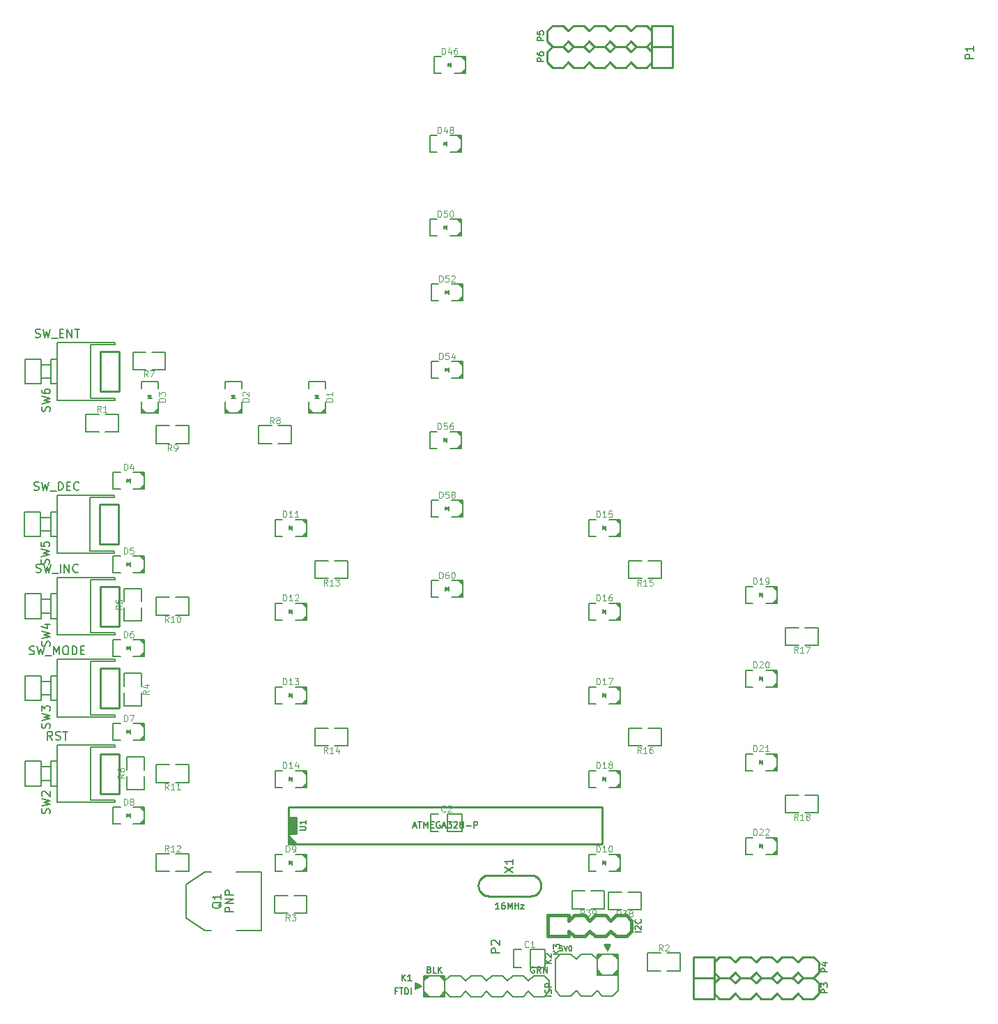
<source format=gto>
G04 (created by PCBNEW-RS274X (2011-12-28 BZR 3254)-stable) date 7/11/2012 5:38:12 PM*
G01*
G70*
G90*
%MOIN*%
G04 Gerber Fmt 3.4, Leading zero omitted, Abs format*
%FSLAX34Y34*%
G04 APERTURE LIST*
%ADD10C,0.006000*%
%ADD11C,0.010000*%
%ADD12C,0.005000*%
%ADD13C,0.015000*%
%ADD14C,0.008000*%
%ADD15C,0.004000*%
G04 APERTURE END LIST*
G54D10*
G54D11*
X35725Y-54600D02*
X37725Y-54600D01*
X35725Y-53600D02*
X37725Y-53600D01*
X38225Y-54100D02*
X38223Y-54057D01*
X38217Y-54014D01*
X38207Y-53971D01*
X38194Y-53929D01*
X38178Y-53889D01*
X38158Y-53851D01*
X38134Y-53814D01*
X38108Y-53779D01*
X38078Y-53747D01*
X38046Y-53717D01*
X38011Y-53691D01*
X37975Y-53667D01*
X37936Y-53647D01*
X37896Y-53631D01*
X37854Y-53618D01*
X37811Y-53608D01*
X37768Y-53602D01*
X37725Y-53600D01*
X37725Y-54600D02*
X37768Y-54598D01*
X37811Y-54592D01*
X37854Y-54582D01*
X37896Y-54569D01*
X37936Y-54553D01*
X37975Y-54533D01*
X38011Y-54509D01*
X38046Y-54483D01*
X38078Y-54453D01*
X38108Y-54421D01*
X38134Y-54386D01*
X38158Y-54349D01*
X38178Y-54311D01*
X38194Y-54271D01*
X38207Y-54229D01*
X38217Y-54186D01*
X38223Y-54143D01*
X38225Y-54100D01*
X35725Y-53600D02*
X35682Y-53602D01*
X35639Y-53608D01*
X35596Y-53618D01*
X35554Y-53631D01*
X35514Y-53647D01*
X35476Y-53667D01*
X35439Y-53691D01*
X35404Y-53717D01*
X35372Y-53747D01*
X35342Y-53779D01*
X35316Y-53814D01*
X35292Y-53851D01*
X35272Y-53889D01*
X35256Y-53929D01*
X35243Y-53971D01*
X35233Y-54014D01*
X35227Y-54057D01*
X35225Y-54100D01*
X35225Y-54100D02*
X35227Y-54143D01*
X35233Y-54186D01*
X35243Y-54229D01*
X35256Y-54271D01*
X35272Y-54311D01*
X35292Y-54349D01*
X35316Y-54386D01*
X35342Y-54421D01*
X35372Y-54453D01*
X35404Y-54483D01*
X35439Y-54509D01*
X35476Y-54533D01*
X35514Y-54553D01*
X35554Y-54569D01*
X35596Y-54582D01*
X35639Y-54592D01*
X35682Y-54598D01*
X35725Y-54600D01*
X17150Y-29525D02*
X17150Y-30475D01*
X17150Y-30475D02*
X18050Y-30475D01*
X18050Y-30475D02*
X18050Y-29525D01*
X18050Y-29525D02*
X18050Y-28575D01*
X18050Y-28575D02*
X17150Y-28575D01*
X17150Y-28575D02*
X17150Y-29525D01*
G54D12*
X15095Y-28145D02*
X17855Y-28145D01*
X17855Y-28145D02*
X17855Y-28245D01*
X17855Y-28245D02*
X16675Y-28245D01*
X16675Y-28245D02*
X16675Y-30805D01*
X16675Y-30805D02*
X17855Y-30805D01*
X17855Y-30805D02*
X17855Y-30905D01*
X17855Y-30905D02*
X15095Y-30905D01*
X15095Y-30905D02*
X15095Y-28145D01*
X14305Y-29205D02*
X14795Y-29205D01*
X14305Y-29845D02*
X14795Y-29845D01*
X15095Y-28935D02*
X14795Y-28935D01*
X14795Y-28935D02*
X14795Y-30115D01*
X14795Y-30115D02*
X15095Y-30115D01*
X13535Y-28935D02*
X13535Y-30115D01*
X13535Y-30115D02*
X14305Y-30115D01*
X14305Y-30115D02*
X14305Y-28935D01*
X14305Y-28935D02*
X13535Y-28935D01*
X13535Y-30115D02*
X14305Y-30115D01*
G54D11*
X17125Y-36825D02*
X17125Y-37775D01*
X17125Y-37775D02*
X18025Y-37775D01*
X18025Y-37775D02*
X18025Y-36825D01*
X18025Y-36825D02*
X18025Y-35875D01*
X18025Y-35875D02*
X17125Y-35875D01*
X17125Y-35875D02*
X17125Y-36825D01*
G54D12*
X15070Y-35445D02*
X17830Y-35445D01*
X17830Y-35445D02*
X17830Y-35545D01*
X17830Y-35545D02*
X16650Y-35545D01*
X16650Y-35545D02*
X16650Y-38105D01*
X16650Y-38105D02*
X17830Y-38105D01*
X17830Y-38105D02*
X17830Y-38205D01*
X17830Y-38205D02*
X15070Y-38205D01*
X15070Y-38205D02*
X15070Y-35445D01*
X14280Y-36505D02*
X14770Y-36505D01*
X14280Y-37145D02*
X14770Y-37145D01*
X15070Y-36235D02*
X14770Y-36235D01*
X14770Y-36235D02*
X14770Y-37415D01*
X14770Y-37415D02*
X15070Y-37415D01*
X13510Y-36235D02*
X13510Y-37415D01*
X13510Y-37415D02*
X14280Y-37415D01*
X14280Y-37415D02*
X14280Y-36235D01*
X14280Y-36235D02*
X13510Y-36235D01*
X13510Y-37415D02*
X14280Y-37415D01*
G54D11*
X17150Y-40750D02*
X17150Y-41700D01*
X17150Y-41700D02*
X18050Y-41700D01*
X18050Y-41700D02*
X18050Y-40750D01*
X18050Y-40750D02*
X18050Y-39800D01*
X18050Y-39800D02*
X17150Y-39800D01*
X17150Y-39800D02*
X17150Y-40750D01*
G54D12*
X15095Y-39370D02*
X17855Y-39370D01*
X17855Y-39370D02*
X17855Y-39470D01*
X17855Y-39470D02*
X16675Y-39470D01*
X16675Y-39470D02*
X16675Y-42030D01*
X16675Y-42030D02*
X17855Y-42030D01*
X17855Y-42030D02*
X17855Y-42130D01*
X17855Y-42130D02*
X15095Y-42130D01*
X15095Y-42130D02*
X15095Y-39370D01*
X14305Y-40430D02*
X14795Y-40430D01*
X14305Y-41070D02*
X14795Y-41070D01*
X15095Y-40160D02*
X14795Y-40160D01*
X14795Y-40160D02*
X14795Y-41340D01*
X14795Y-41340D02*
X15095Y-41340D01*
X13535Y-40160D02*
X13535Y-41340D01*
X13535Y-41340D02*
X14305Y-41340D01*
X14305Y-41340D02*
X14305Y-40160D01*
X14305Y-40160D02*
X13535Y-40160D01*
X13535Y-41340D02*
X14305Y-41340D01*
G54D11*
X17150Y-44675D02*
X17150Y-45625D01*
X17150Y-45625D02*
X18050Y-45625D01*
X18050Y-45625D02*
X18050Y-44675D01*
X18050Y-44675D02*
X18050Y-43725D01*
X18050Y-43725D02*
X17150Y-43725D01*
X17150Y-43725D02*
X17150Y-44675D01*
G54D12*
X15095Y-43295D02*
X17855Y-43295D01*
X17855Y-43295D02*
X17855Y-43395D01*
X17855Y-43395D02*
X16675Y-43395D01*
X16675Y-43395D02*
X16675Y-45955D01*
X16675Y-45955D02*
X17855Y-45955D01*
X17855Y-45955D02*
X17855Y-46055D01*
X17855Y-46055D02*
X15095Y-46055D01*
X15095Y-46055D02*
X15095Y-43295D01*
X14305Y-44355D02*
X14795Y-44355D01*
X14305Y-44995D02*
X14795Y-44995D01*
X15095Y-44085D02*
X14795Y-44085D01*
X14795Y-44085D02*
X14795Y-45265D01*
X14795Y-45265D02*
X15095Y-45265D01*
X13535Y-44085D02*
X13535Y-45265D01*
X13535Y-45265D02*
X14305Y-45265D01*
X14305Y-45265D02*
X14305Y-44085D01*
X14305Y-44085D02*
X13535Y-44085D01*
X13535Y-45265D02*
X14305Y-45265D01*
G54D11*
X17150Y-48750D02*
X17150Y-49700D01*
X17150Y-49700D02*
X18050Y-49700D01*
X18050Y-49700D02*
X18050Y-48750D01*
X18050Y-48750D02*
X18050Y-47800D01*
X18050Y-47800D02*
X17150Y-47800D01*
X17150Y-47800D02*
X17150Y-48750D01*
G54D12*
X15095Y-47370D02*
X17855Y-47370D01*
X17855Y-47370D02*
X17855Y-47470D01*
X17855Y-47470D02*
X16675Y-47470D01*
X16675Y-47470D02*
X16675Y-50030D01*
X16675Y-50030D02*
X17855Y-50030D01*
X17855Y-50030D02*
X17855Y-50130D01*
X17855Y-50130D02*
X15095Y-50130D01*
X15095Y-50130D02*
X15095Y-47370D01*
X14305Y-48430D02*
X14795Y-48430D01*
X14305Y-49070D02*
X14795Y-49070D01*
X15095Y-48160D02*
X14795Y-48160D01*
X14795Y-48160D02*
X14795Y-49340D01*
X14795Y-49340D02*
X15095Y-49340D01*
X13535Y-48160D02*
X13535Y-49340D01*
X13535Y-49340D02*
X14305Y-49340D01*
X14305Y-49340D02*
X14305Y-48160D01*
X14305Y-48160D02*
X13535Y-48160D01*
X13535Y-49340D02*
X14305Y-49340D01*
G54D10*
X28050Y-38575D02*
X27425Y-38575D01*
X27425Y-38575D02*
X27425Y-39425D01*
X27425Y-39425D02*
X28050Y-39425D01*
X28350Y-39425D02*
X28950Y-39425D01*
X28950Y-39425D02*
X28975Y-39425D01*
X28975Y-39425D02*
X28975Y-38575D01*
X28975Y-38575D02*
X28350Y-38575D01*
X20750Y-53425D02*
X21375Y-53425D01*
X21375Y-53425D02*
X21375Y-52575D01*
X21375Y-52575D02*
X20750Y-52575D01*
X20450Y-52575D02*
X19850Y-52575D01*
X19850Y-52575D02*
X19825Y-52575D01*
X19825Y-52575D02*
X19825Y-53425D01*
X19825Y-53425D02*
X20450Y-53425D01*
X20450Y-40325D02*
X19825Y-40325D01*
X19825Y-40325D02*
X19825Y-41175D01*
X19825Y-41175D02*
X20450Y-41175D01*
X20750Y-41175D02*
X21350Y-41175D01*
X21350Y-41175D02*
X21375Y-41175D01*
X21375Y-41175D02*
X21375Y-40325D01*
X21375Y-40325D02*
X20750Y-40325D01*
X20450Y-48325D02*
X19825Y-48325D01*
X19825Y-48325D02*
X19825Y-49175D01*
X19825Y-49175D02*
X20450Y-49175D01*
X20750Y-49175D02*
X21350Y-49175D01*
X21350Y-49175D02*
X21375Y-49175D01*
X21375Y-49175D02*
X21375Y-48325D01*
X21375Y-48325D02*
X20750Y-48325D01*
X17375Y-32425D02*
X18000Y-32425D01*
X18000Y-32425D02*
X18000Y-31575D01*
X18000Y-31575D02*
X17375Y-31575D01*
X17075Y-31575D02*
X16475Y-31575D01*
X16475Y-31575D02*
X16450Y-31575D01*
X16450Y-31575D02*
X16450Y-32425D01*
X16450Y-32425D02*
X17075Y-32425D01*
X28050Y-46575D02*
X27425Y-46575D01*
X27425Y-46575D02*
X27425Y-47425D01*
X27425Y-47425D02*
X28050Y-47425D01*
X28350Y-47425D02*
X28950Y-47425D01*
X28950Y-47425D02*
X28975Y-47425D01*
X28975Y-47425D02*
X28975Y-46575D01*
X28975Y-46575D02*
X28350Y-46575D01*
X43050Y-38575D02*
X42425Y-38575D01*
X42425Y-38575D02*
X42425Y-39425D01*
X42425Y-39425D02*
X43050Y-39425D01*
X43350Y-39425D02*
X43950Y-39425D01*
X43950Y-39425D02*
X43975Y-39425D01*
X43975Y-39425D02*
X43975Y-38575D01*
X43975Y-38575D02*
X43350Y-38575D01*
X43050Y-46575D02*
X42425Y-46575D01*
X42425Y-46575D02*
X42425Y-47425D01*
X42425Y-47425D02*
X43050Y-47425D01*
X43350Y-47425D02*
X43950Y-47425D01*
X43950Y-47425D02*
X43975Y-47425D01*
X43975Y-47425D02*
X43975Y-46575D01*
X43975Y-46575D02*
X43350Y-46575D01*
X50550Y-41775D02*
X49925Y-41775D01*
X49925Y-41775D02*
X49925Y-42625D01*
X49925Y-42625D02*
X50550Y-42625D01*
X50850Y-42625D02*
X51450Y-42625D01*
X51450Y-42625D02*
X51475Y-42625D01*
X51475Y-42625D02*
X51475Y-41775D01*
X51475Y-41775D02*
X50850Y-41775D01*
X20450Y-32125D02*
X19825Y-32125D01*
X19825Y-32125D02*
X19825Y-32975D01*
X19825Y-32975D02*
X20450Y-32975D01*
X20750Y-32975D02*
X21350Y-32975D01*
X21350Y-32975D02*
X21375Y-32975D01*
X21375Y-32975D02*
X21375Y-32125D01*
X21375Y-32125D02*
X20750Y-32125D01*
X25650Y-32975D02*
X26275Y-32975D01*
X26275Y-32975D02*
X26275Y-32125D01*
X26275Y-32125D02*
X25650Y-32125D01*
X25350Y-32125D02*
X24750Y-32125D01*
X24750Y-32125D02*
X24725Y-32125D01*
X24725Y-32125D02*
X24725Y-32975D01*
X24725Y-32975D02*
X25350Y-32975D01*
X19325Y-28600D02*
X18700Y-28600D01*
X18700Y-28600D02*
X18700Y-29450D01*
X18700Y-29450D02*
X19325Y-29450D01*
X19625Y-29450D02*
X20225Y-29450D01*
X20225Y-29450D02*
X20250Y-29450D01*
X20250Y-29450D02*
X20250Y-28600D01*
X20250Y-28600D02*
X19625Y-28600D01*
X19250Y-48575D02*
X19250Y-47950D01*
X19250Y-47950D02*
X18400Y-47950D01*
X18400Y-47950D02*
X18400Y-48575D01*
X18400Y-48875D02*
X18400Y-49475D01*
X18400Y-49475D02*
X18400Y-49500D01*
X18400Y-49500D02*
X19250Y-49500D01*
X19250Y-49500D02*
X19250Y-48875D01*
X19125Y-40525D02*
X19125Y-39900D01*
X19125Y-39900D02*
X18275Y-39900D01*
X18275Y-39900D02*
X18275Y-40525D01*
X18275Y-40825D02*
X18275Y-41425D01*
X18275Y-41425D02*
X18275Y-41450D01*
X18275Y-41450D02*
X19125Y-41450D01*
X19125Y-41450D02*
X19125Y-40825D01*
X18275Y-44875D02*
X18275Y-45500D01*
X18275Y-45500D02*
X19125Y-45500D01*
X19125Y-45500D02*
X19125Y-44875D01*
X19125Y-44575D02*
X19125Y-43975D01*
X19125Y-43975D02*
X19125Y-43950D01*
X19125Y-43950D02*
X18275Y-43950D01*
X18275Y-43950D02*
X18275Y-44575D01*
X26100Y-54575D02*
X25475Y-54575D01*
X25475Y-54575D02*
X25475Y-55425D01*
X25475Y-55425D02*
X26100Y-55425D01*
X26400Y-55425D02*
X27000Y-55425D01*
X27000Y-55425D02*
X27025Y-55425D01*
X27025Y-55425D02*
X27025Y-54575D01*
X27025Y-54575D02*
X26400Y-54575D01*
X44250Y-58175D02*
X44875Y-58175D01*
X44875Y-58175D02*
X44875Y-57325D01*
X44875Y-57325D02*
X44250Y-57325D01*
X43950Y-57325D02*
X43350Y-57325D01*
X43350Y-57325D02*
X43325Y-57325D01*
X43325Y-57325D02*
X43325Y-58175D01*
X43325Y-58175D02*
X43950Y-58175D01*
X40325Y-54350D02*
X39700Y-54350D01*
X39700Y-54350D02*
X39700Y-55200D01*
X39700Y-55200D02*
X40325Y-55200D01*
X40625Y-55200D02*
X41225Y-55200D01*
X41225Y-55200D02*
X41250Y-55200D01*
X41250Y-55200D02*
X41250Y-54350D01*
X41250Y-54350D02*
X40625Y-54350D01*
X42075Y-54400D02*
X41450Y-54400D01*
X41450Y-54400D02*
X41450Y-55250D01*
X41450Y-55250D02*
X42075Y-55250D01*
X42375Y-55250D02*
X42975Y-55250D01*
X42975Y-55250D02*
X43000Y-55250D01*
X43000Y-55250D02*
X43000Y-54400D01*
X43000Y-54400D02*
X42375Y-54400D01*
X50550Y-49775D02*
X49925Y-49775D01*
X49925Y-49775D02*
X49925Y-50625D01*
X49925Y-50625D02*
X50550Y-50625D01*
X50850Y-50625D02*
X51450Y-50625D01*
X51450Y-50625D02*
X51475Y-50625D01*
X51475Y-50625D02*
X51475Y-49775D01*
X51475Y-49775D02*
X50850Y-49775D01*
G54D13*
X41800Y-56525D02*
X41550Y-56275D01*
X42300Y-56525D02*
X41800Y-56525D01*
X42550Y-56275D02*
X42300Y-56525D01*
X42550Y-55775D02*
X42550Y-56275D01*
X42300Y-55525D02*
X42550Y-55775D01*
X41800Y-55525D02*
X42300Y-55525D01*
X41550Y-55775D02*
X41800Y-55525D01*
X38550Y-56025D02*
X38550Y-55525D01*
X38550Y-55525D02*
X39550Y-55525D01*
X39550Y-55525D02*
X39550Y-55775D01*
X39550Y-55775D02*
X39800Y-55525D01*
X39800Y-55525D02*
X40050Y-55525D01*
X40050Y-55525D02*
X40300Y-55525D01*
X40300Y-55525D02*
X40550Y-55775D01*
X40550Y-55775D02*
X40800Y-55525D01*
X40800Y-55525D02*
X41300Y-55525D01*
X41300Y-55525D02*
X41550Y-55775D01*
X41550Y-56275D02*
X41300Y-56525D01*
X41300Y-56525D02*
X40800Y-56525D01*
X40800Y-56525D02*
X40550Y-56275D01*
X40550Y-56275D02*
X40300Y-56525D01*
X40300Y-56525D02*
X39800Y-56525D01*
X39800Y-56525D02*
X39550Y-56275D01*
X39550Y-56275D02*
X39550Y-56525D01*
X39550Y-56525D02*
X38550Y-56525D01*
X38550Y-56525D02*
X38550Y-56025D01*
G54D10*
X33800Y-39825D02*
X33800Y-40025D01*
X33650Y-39925D02*
X33800Y-39925D01*
X33800Y-39925D02*
X33650Y-39850D01*
X33650Y-39850D02*
X33650Y-40000D01*
X33650Y-40000D02*
X33800Y-39925D01*
X34475Y-40225D02*
X34400Y-40225D01*
X34475Y-40275D02*
X34350Y-40275D01*
X34475Y-40125D02*
X34475Y-40325D01*
X34475Y-40325D02*
X34275Y-40325D01*
X34475Y-39625D02*
X34400Y-39625D01*
X34475Y-39575D02*
X34350Y-39575D01*
X34475Y-39725D02*
X34475Y-39525D01*
X34475Y-39525D02*
X34275Y-39525D01*
X34275Y-40325D02*
X34475Y-40125D01*
X34475Y-40125D02*
X34475Y-39925D01*
X34475Y-39925D02*
X34475Y-39725D01*
X34475Y-39725D02*
X34275Y-39525D01*
X33325Y-39525D02*
X32975Y-39525D01*
X32975Y-39525D02*
X32975Y-40325D01*
X32975Y-40325D02*
X33325Y-40325D01*
X33950Y-39525D02*
X34275Y-39525D01*
X33950Y-40325D02*
X34275Y-40325D01*
X41325Y-40900D02*
X41325Y-41100D01*
X41175Y-41000D02*
X41325Y-41000D01*
X41325Y-41000D02*
X41175Y-40925D01*
X41175Y-40925D02*
X41175Y-41075D01*
X41175Y-41075D02*
X41325Y-41000D01*
X42000Y-41300D02*
X41925Y-41300D01*
X42000Y-41350D02*
X41875Y-41350D01*
X42000Y-41200D02*
X42000Y-41400D01*
X42000Y-41400D02*
X41800Y-41400D01*
X42000Y-40700D02*
X41925Y-40700D01*
X42000Y-40650D02*
X41875Y-40650D01*
X42000Y-40800D02*
X42000Y-40600D01*
X42000Y-40600D02*
X41800Y-40600D01*
X41800Y-41400D02*
X42000Y-41200D01*
X42000Y-41200D02*
X42000Y-41000D01*
X42000Y-41000D02*
X42000Y-40800D01*
X42000Y-40800D02*
X41800Y-40600D01*
X40850Y-40600D02*
X40500Y-40600D01*
X40500Y-40600D02*
X40500Y-41400D01*
X40500Y-41400D02*
X40850Y-41400D01*
X41475Y-40600D02*
X41800Y-40600D01*
X41475Y-41400D02*
X41800Y-41400D01*
X48825Y-52100D02*
X48825Y-52300D01*
X48675Y-52200D02*
X48825Y-52200D01*
X48825Y-52200D02*
X48675Y-52125D01*
X48675Y-52125D02*
X48675Y-52275D01*
X48675Y-52275D02*
X48825Y-52200D01*
X49500Y-52500D02*
X49425Y-52500D01*
X49500Y-52550D02*
X49375Y-52550D01*
X49500Y-52400D02*
X49500Y-52600D01*
X49500Y-52600D02*
X49300Y-52600D01*
X49500Y-51900D02*
X49425Y-51900D01*
X49500Y-51850D02*
X49375Y-51850D01*
X49500Y-52000D02*
X49500Y-51800D01*
X49500Y-51800D02*
X49300Y-51800D01*
X49300Y-52600D02*
X49500Y-52400D01*
X49500Y-52400D02*
X49500Y-52200D01*
X49500Y-52200D02*
X49500Y-52000D01*
X49500Y-52000D02*
X49300Y-51800D01*
X48350Y-51800D02*
X48000Y-51800D01*
X48000Y-51800D02*
X48000Y-52600D01*
X48000Y-52600D02*
X48350Y-52600D01*
X48975Y-51800D02*
X49300Y-51800D01*
X48975Y-52600D02*
X49300Y-52600D01*
X48825Y-48100D02*
X48825Y-48300D01*
X48675Y-48200D02*
X48825Y-48200D01*
X48825Y-48200D02*
X48675Y-48125D01*
X48675Y-48125D02*
X48675Y-48275D01*
X48675Y-48275D02*
X48825Y-48200D01*
X49500Y-48500D02*
X49425Y-48500D01*
X49500Y-48550D02*
X49375Y-48550D01*
X49500Y-48400D02*
X49500Y-48600D01*
X49500Y-48600D02*
X49300Y-48600D01*
X49500Y-47900D02*
X49425Y-47900D01*
X49500Y-47850D02*
X49375Y-47850D01*
X49500Y-48000D02*
X49500Y-47800D01*
X49500Y-47800D02*
X49300Y-47800D01*
X49300Y-48600D02*
X49500Y-48400D01*
X49500Y-48400D02*
X49500Y-48200D01*
X49500Y-48200D02*
X49500Y-48000D01*
X49500Y-48000D02*
X49300Y-47800D01*
X48350Y-47800D02*
X48000Y-47800D01*
X48000Y-47800D02*
X48000Y-48600D01*
X48000Y-48600D02*
X48350Y-48600D01*
X48975Y-47800D02*
X49300Y-47800D01*
X48975Y-48600D02*
X49300Y-48600D01*
X48825Y-44100D02*
X48825Y-44300D01*
X48675Y-44200D02*
X48825Y-44200D01*
X48825Y-44200D02*
X48675Y-44125D01*
X48675Y-44125D02*
X48675Y-44275D01*
X48675Y-44275D02*
X48825Y-44200D01*
X49500Y-44500D02*
X49425Y-44500D01*
X49500Y-44550D02*
X49375Y-44550D01*
X49500Y-44400D02*
X49500Y-44600D01*
X49500Y-44600D02*
X49300Y-44600D01*
X49500Y-43900D02*
X49425Y-43900D01*
X49500Y-43850D02*
X49375Y-43850D01*
X49500Y-44000D02*
X49500Y-43800D01*
X49500Y-43800D02*
X49300Y-43800D01*
X49300Y-44600D02*
X49500Y-44400D01*
X49500Y-44400D02*
X49500Y-44200D01*
X49500Y-44200D02*
X49500Y-44000D01*
X49500Y-44000D02*
X49300Y-43800D01*
X48350Y-43800D02*
X48000Y-43800D01*
X48000Y-43800D02*
X48000Y-44600D01*
X48000Y-44600D02*
X48350Y-44600D01*
X48975Y-43800D02*
X49300Y-43800D01*
X48975Y-44600D02*
X49300Y-44600D01*
X48825Y-40100D02*
X48825Y-40300D01*
X48675Y-40200D02*
X48825Y-40200D01*
X48825Y-40200D02*
X48675Y-40125D01*
X48675Y-40125D02*
X48675Y-40275D01*
X48675Y-40275D02*
X48825Y-40200D01*
X49500Y-40500D02*
X49425Y-40500D01*
X49500Y-40550D02*
X49375Y-40550D01*
X49500Y-40400D02*
X49500Y-40600D01*
X49500Y-40600D02*
X49300Y-40600D01*
X49500Y-39900D02*
X49425Y-39900D01*
X49500Y-39850D02*
X49375Y-39850D01*
X49500Y-40000D02*
X49500Y-39800D01*
X49500Y-39800D02*
X49300Y-39800D01*
X49300Y-40600D02*
X49500Y-40400D01*
X49500Y-40400D02*
X49500Y-40200D01*
X49500Y-40200D02*
X49500Y-40000D01*
X49500Y-40000D02*
X49300Y-39800D01*
X48350Y-39800D02*
X48000Y-39800D01*
X48000Y-39800D02*
X48000Y-40600D01*
X48000Y-40600D02*
X48350Y-40600D01*
X48975Y-39800D02*
X49300Y-39800D01*
X48975Y-40600D02*
X49300Y-40600D01*
X41325Y-48900D02*
X41325Y-49100D01*
X41175Y-49000D02*
X41325Y-49000D01*
X41325Y-49000D02*
X41175Y-48925D01*
X41175Y-48925D02*
X41175Y-49075D01*
X41175Y-49075D02*
X41325Y-49000D01*
X42000Y-49300D02*
X41925Y-49300D01*
X42000Y-49350D02*
X41875Y-49350D01*
X42000Y-49200D02*
X42000Y-49400D01*
X42000Y-49400D02*
X41800Y-49400D01*
X42000Y-48700D02*
X41925Y-48700D01*
X42000Y-48650D02*
X41875Y-48650D01*
X42000Y-48800D02*
X42000Y-48600D01*
X42000Y-48600D02*
X41800Y-48600D01*
X41800Y-49400D02*
X42000Y-49200D01*
X42000Y-49200D02*
X42000Y-49000D01*
X42000Y-49000D02*
X42000Y-48800D01*
X42000Y-48800D02*
X41800Y-48600D01*
X40850Y-48600D02*
X40500Y-48600D01*
X40500Y-48600D02*
X40500Y-49400D01*
X40500Y-49400D02*
X40850Y-49400D01*
X41475Y-48600D02*
X41800Y-48600D01*
X41475Y-49400D02*
X41800Y-49400D01*
X41325Y-44900D02*
X41325Y-45100D01*
X41175Y-45000D02*
X41325Y-45000D01*
X41325Y-45000D02*
X41175Y-44925D01*
X41175Y-44925D02*
X41175Y-45075D01*
X41175Y-45075D02*
X41325Y-45000D01*
X42000Y-45300D02*
X41925Y-45300D01*
X42000Y-45350D02*
X41875Y-45350D01*
X42000Y-45200D02*
X42000Y-45400D01*
X42000Y-45400D02*
X41800Y-45400D01*
X42000Y-44700D02*
X41925Y-44700D01*
X42000Y-44650D02*
X41875Y-44650D01*
X42000Y-44800D02*
X42000Y-44600D01*
X42000Y-44600D02*
X41800Y-44600D01*
X41800Y-45400D02*
X42000Y-45200D01*
X42000Y-45200D02*
X42000Y-45000D01*
X42000Y-45000D02*
X42000Y-44800D01*
X42000Y-44800D02*
X41800Y-44600D01*
X40850Y-44600D02*
X40500Y-44600D01*
X40500Y-44600D02*
X40500Y-45400D01*
X40500Y-45400D02*
X40850Y-45400D01*
X41475Y-44600D02*
X41800Y-44600D01*
X41475Y-45400D02*
X41800Y-45400D01*
X33800Y-35975D02*
X33800Y-36175D01*
X33650Y-36075D02*
X33800Y-36075D01*
X33800Y-36075D02*
X33650Y-36000D01*
X33650Y-36000D02*
X33650Y-36150D01*
X33650Y-36150D02*
X33800Y-36075D01*
X34475Y-36375D02*
X34400Y-36375D01*
X34475Y-36425D02*
X34350Y-36425D01*
X34475Y-36275D02*
X34475Y-36475D01*
X34475Y-36475D02*
X34275Y-36475D01*
X34475Y-35775D02*
X34400Y-35775D01*
X34475Y-35725D02*
X34350Y-35725D01*
X34475Y-35875D02*
X34475Y-35675D01*
X34475Y-35675D02*
X34275Y-35675D01*
X34275Y-36475D02*
X34475Y-36275D01*
X34475Y-36275D02*
X34475Y-36075D01*
X34475Y-36075D02*
X34475Y-35875D01*
X34475Y-35875D02*
X34275Y-35675D01*
X33325Y-35675D02*
X32975Y-35675D01*
X32975Y-35675D02*
X32975Y-36475D01*
X32975Y-36475D02*
X33325Y-36475D01*
X33950Y-35675D02*
X34275Y-35675D01*
X33950Y-36475D02*
X34275Y-36475D01*
X41325Y-36900D02*
X41325Y-37100D01*
X41175Y-37000D02*
X41325Y-37000D01*
X41325Y-37000D02*
X41175Y-36925D01*
X41175Y-36925D02*
X41175Y-37075D01*
X41175Y-37075D02*
X41325Y-37000D01*
X42000Y-37300D02*
X41925Y-37300D01*
X42000Y-37350D02*
X41875Y-37350D01*
X42000Y-37200D02*
X42000Y-37400D01*
X42000Y-37400D02*
X41800Y-37400D01*
X42000Y-36700D02*
X41925Y-36700D01*
X42000Y-36650D02*
X41875Y-36650D01*
X42000Y-36800D02*
X42000Y-36600D01*
X42000Y-36600D02*
X41800Y-36600D01*
X41800Y-37400D02*
X42000Y-37200D01*
X42000Y-37200D02*
X42000Y-37000D01*
X42000Y-37000D02*
X42000Y-36800D01*
X42000Y-36800D02*
X41800Y-36600D01*
X40850Y-36600D02*
X40500Y-36600D01*
X40500Y-36600D02*
X40500Y-37400D01*
X40500Y-37400D02*
X40850Y-37400D01*
X41475Y-36600D02*
X41800Y-36600D01*
X41475Y-37400D02*
X41800Y-37400D01*
X26325Y-48900D02*
X26325Y-49100D01*
X26175Y-49000D02*
X26325Y-49000D01*
X26325Y-49000D02*
X26175Y-48925D01*
X26175Y-48925D02*
X26175Y-49075D01*
X26175Y-49075D02*
X26325Y-49000D01*
X27000Y-49300D02*
X26925Y-49300D01*
X27000Y-49350D02*
X26875Y-49350D01*
X27000Y-49200D02*
X27000Y-49400D01*
X27000Y-49400D02*
X26800Y-49400D01*
X27000Y-48700D02*
X26925Y-48700D01*
X27000Y-48650D02*
X26875Y-48650D01*
X27000Y-48800D02*
X27000Y-48600D01*
X27000Y-48600D02*
X26800Y-48600D01*
X26800Y-49400D02*
X27000Y-49200D01*
X27000Y-49200D02*
X27000Y-49000D01*
X27000Y-49000D02*
X27000Y-48800D01*
X27000Y-48800D02*
X26800Y-48600D01*
X25850Y-48600D02*
X25500Y-48600D01*
X25500Y-48600D02*
X25500Y-49400D01*
X25500Y-49400D02*
X25850Y-49400D01*
X26475Y-48600D02*
X26800Y-48600D01*
X26475Y-49400D02*
X26800Y-49400D01*
X26325Y-44900D02*
X26325Y-45100D01*
X26175Y-45000D02*
X26325Y-45000D01*
X26325Y-45000D02*
X26175Y-44925D01*
X26175Y-44925D02*
X26175Y-45075D01*
X26175Y-45075D02*
X26325Y-45000D01*
X27000Y-45300D02*
X26925Y-45300D01*
X27000Y-45350D02*
X26875Y-45350D01*
X27000Y-45200D02*
X27000Y-45400D01*
X27000Y-45400D02*
X26800Y-45400D01*
X27000Y-44700D02*
X26925Y-44700D01*
X27000Y-44650D02*
X26875Y-44650D01*
X27000Y-44800D02*
X27000Y-44600D01*
X27000Y-44600D02*
X26800Y-44600D01*
X26800Y-45400D02*
X27000Y-45200D01*
X27000Y-45200D02*
X27000Y-45000D01*
X27000Y-45000D02*
X27000Y-44800D01*
X27000Y-44800D02*
X26800Y-44600D01*
X25850Y-44600D02*
X25500Y-44600D01*
X25500Y-44600D02*
X25500Y-45400D01*
X25500Y-45400D02*
X25850Y-45400D01*
X26475Y-44600D02*
X26800Y-44600D01*
X26475Y-45400D02*
X26800Y-45400D01*
X26325Y-40900D02*
X26325Y-41100D01*
X26175Y-41000D02*
X26325Y-41000D01*
X26325Y-41000D02*
X26175Y-40925D01*
X26175Y-40925D02*
X26175Y-41075D01*
X26175Y-41075D02*
X26325Y-41000D01*
X27000Y-41300D02*
X26925Y-41300D01*
X27000Y-41350D02*
X26875Y-41350D01*
X27000Y-41200D02*
X27000Y-41400D01*
X27000Y-41400D02*
X26800Y-41400D01*
X27000Y-40700D02*
X26925Y-40700D01*
X27000Y-40650D02*
X26875Y-40650D01*
X27000Y-40800D02*
X27000Y-40600D01*
X27000Y-40600D02*
X26800Y-40600D01*
X26800Y-41400D02*
X27000Y-41200D01*
X27000Y-41200D02*
X27000Y-41000D01*
X27000Y-41000D02*
X27000Y-40800D01*
X27000Y-40800D02*
X26800Y-40600D01*
X25850Y-40600D02*
X25500Y-40600D01*
X25500Y-40600D02*
X25500Y-41400D01*
X25500Y-41400D02*
X25850Y-41400D01*
X26475Y-40600D02*
X26800Y-40600D01*
X26475Y-41400D02*
X26800Y-41400D01*
X26325Y-36900D02*
X26325Y-37100D01*
X26175Y-37000D02*
X26325Y-37000D01*
X26325Y-37000D02*
X26175Y-36925D01*
X26175Y-36925D02*
X26175Y-37075D01*
X26175Y-37075D02*
X26325Y-37000D01*
X27000Y-37300D02*
X26925Y-37300D01*
X27000Y-37350D02*
X26875Y-37350D01*
X27000Y-37200D02*
X27000Y-37400D01*
X27000Y-37400D02*
X26800Y-37400D01*
X27000Y-36700D02*
X26925Y-36700D01*
X27000Y-36650D02*
X26875Y-36650D01*
X27000Y-36800D02*
X27000Y-36600D01*
X27000Y-36600D02*
X26800Y-36600D01*
X26800Y-37400D02*
X27000Y-37200D01*
X27000Y-37200D02*
X27000Y-37000D01*
X27000Y-37000D02*
X27000Y-36800D01*
X27000Y-36800D02*
X26800Y-36600D01*
X25850Y-36600D02*
X25500Y-36600D01*
X25500Y-36600D02*
X25500Y-37400D01*
X25500Y-37400D02*
X25850Y-37400D01*
X26475Y-36600D02*
X26800Y-36600D01*
X26475Y-37400D02*
X26800Y-37400D01*
X41325Y-52900D02*
X41325Y-53100D01*
X41175Y-53000D02*
X41325Y-53000D01*
X41325Y-53000D02*
X41175Y-52925D01*
X41175Y-52925D02*
X41175Y-53075D01*
X41175Y-53075D02*
X41325Y-53000D01*
X42000Y-53300D02*
X41925Y-53300D01*
X42000Y-53350D02*
X41875Y-53350D01*
X42000Y-53200D02*
X42000Y-53400D01*
X42000Y-53400D02*
X41800Y-53400D01*
X42000Y-52700D02*
X41925Y-52700D01*
X42000Y-52650D02*
X41875Y-52650D01*
X42000Y-52800D02*
X42000Y-52600D01*
X42000Y-52600D02*
X41800Y-52600D01*
X41800Y-53400D02*
X42000Y-53200D01*
X42000Y-53200D02*
X42000Y-53000D01*
X42000Y-53000D02*
X42000Y-52800D01*
X42000Y-52800D02*
X41800Y-52600D01*
X40850Y-52600D02*
X40500Y-52600D01*
X40500Y-52600D02*
X40500Y-53400D01*
X40500Y-53400D02*
X40850Y-53400D01*
X41475Y-52600D02*
X41800Y-52600D01*
X41475Y-53400D02*
X41800Y-53400D01*
X26325Y-52900D02*
X26325Y-53100D01*
X26175Y-53000D02*
X26325Y-53000D01*
X26325Y-53000D02*
X26175Y-52925D01*
X26175Y-52925D02*
X26175Y-53075D01*
X26175Y-53075D02*
X26325Y-53000D01*
X27000Y-53300D02*
X26925Y-53300D01*
X27000Y-53350D02*
X26875Y-53350D01*
X27000Y-53200D02*
X27000Y-53400D01*
X27000Y-53400D02*
X26800Y-53400D01*
X27000Y-52700D02*
X26925Y-52700D01*
X27000Y-52650D02*
X26875Y-52650D01*
X27000Y-52800D02*
X27000Y-52600D01*
X27000Y-52600D02*
X26800Y-52600D01*
X26800Y-53400D02*
X27000Y-53200D01*
X27000Y-53200D02*
X27000Y-53000D01*
X27000Y-53000D02*
X27000Y-52800D01*
X27000Y-52800D02*
X26800Y-52600D01*
X25850Y-52600D02*
X25500Y-52600D01*
X25500Y-52600D02*
X25500Y-53400D01*
X25500Y-53400D02*
X25850Y-53400D01*
X26475Y-52600D02*
X26800Y-52600D01*
X26475Y-53400D02*
X26800Y-53400D01*
X18575Y-50650D02*
X18575Y-50850D01*
X18425Y-50750D02*
X18575Y-50750D01*
X18575Y-50750D02*
X18425Y-50675D01*
X18425Y-50675D02*
X18425Y-50825D01*
X18425Y-50825D02*
X18575Y-50750D01*
X19250Y-51050D02*
X19175Y-51050D01*
X19250Y-51100D02*
X19125Y-51100D01*
X19250Y-50950D02*
X19250Y-51150D01*
X19250Y-51150D02*
X19050Y-51150D01*
X19250Y-50450D02*
X19175Y-50450D01*
X19250Y-50400D02*
X19125Y-50400D01*
X19250Y-50550D02*
X19250Y-50350D01*
X19250Y-50350D02*
X19050Y-50350D01*
X19050Y-51150D02*
X19250Y-50950D01*
X19250Y-50950D02*
X19250Y-50750D01*
X19250Y-50750D02*
X19250Y-50550D01*
X19250Y-50550D02*
X19050Y-50350D01*
X18100Y-50350D02*
X17750Y-50350D01*
X17750Y-50350D02*
X17750Y-51150D01*
X17750Y-51150D02*
X18100Y-51150D01*
X18725Y-50350D02*
X19050Y-50350D01*
X18725Y-51150D02*
X19050Y-51150D01*
X18575Y-46650D02*
X18575Y-46850D01*
X18425Y-46750D02*
X18575Y-46750D01*
X18575Y-46750D02*
X18425Y-46675D01*
X18425Y-46675D02*
X18425Y-46825D01*
X18425Y-46825D02*
X18575Y-46750D01*
X19250Y-47050D02*
X19175Y-47050D01*
X19250Y-47100D02*
X19125Y-47100D01*
X19250Y-46950D02*
X19250Y-47150D01*
X19250Y-47150D02*
X19050Y-47150D01*
X19250Y-46450D02*
X19175Y-46450D01*
X19250Y-46400D02*
X19125Y-46400D01*
X19250Y-46550D02*
X19250Y-46350D01*
X19250Y-46350D02*
X19050Y-46350D01*
X19050Y-47150D02*
X19250Y-46950D01*
X19250Y-46950D02*
X19250Y-46750D01*
X19250Y-46750D02*
X19250Y-46550D01*
X19250Y-46550D02*
X19050Y-46350D01*
X18100Y-46350D02*
X17750Y-46350D01*
X17750Y-46350D02*
X17750Y-47150D01*
X17750Y-47150D02*
X18100Y-47150D01*
X18725Y-46350D02*
X19050Y-46350D01*
X18725Y-47150D02*
X19050Y-47150D01*
X18575Y-42650D02*
X18575Y-42850D01*
X18425Y-42750D02*
X18575Y-42750D01*
X18575Y-42750D02*
X18425Y-42675D01*
X18425Y-42675D02*
X18425Y-42825D01*
X18425Y-42825D02*
X18575Y-42750D01*
X19250Y-43050D02*
X19175Y-43050D01*
X19250Y-43100D02*
X19125Y-43100D01*
X19250Y-42950D02*
X19250Y-43150D01*
X19250Y-43150D02*
X19050Y-43150D01*
X19250Y-42450D02*
X19175Y-42450D01*
X19250Y-42400D02*
X19125Y-42400D01*
X19250Y-42550D02*
X19250Y-42350D01*
X19250Y-42350D02*
X19050Y-42350D01*
X19050Y-43150D02*
X19250Y-42950D01*
X19250Y-42950D02*
X19250Y-42750D01*
X19250Y-42750D02*
X19250Y-42550D01*
X19250Y-42550D02*
X19050Y-42350D01*
X18100Y-42350D02*
X17750Y-42350D01*
X17750Y-42350D02*
X17750Y-43150D01*
X17750Y-43150D02*
X18100Y-43150D01*
X18725Y-42350D02*
X19050Y-42350D01*
X18725Y-43150D02*
X19050Y-43150D01*
X18575Y-38650D02*
X18575Y-38850D01*
X18425Y-38750D02*
X18575Y-38750D01*
X18575Y-38750D02*
X18425Y-38675D01*
X18425Y-38675D02*
X18425Y-38825D01*
X18425Y-38825D02*
X18575Y-38750D01*
X19250Y-39050D02*
X19175Y-39050D01*
X19250Y-39100D02*
X19125Y-39100D01*
X19250Y-38950D02*
X19250Y-39150D01*
X19250Y-39150D02*
X19050Y-39150D01*
X19250Y-38450D02*
X19175Y-38450D01*
X19250Y-38400D02*
X19125Y-38400D01*
X19250Y-38550D02*
X19250Y-38350D01*
X19250Y-38350D02*
X19050Y-38350D01*
X19050Y-39150D02*
X19250Y-38950D01*
X19250Y-38950D02*
X19250Y-38750D01*
X19250Y-38750D02*
X19250Y-38550D01*
X19250Y-38550D02*
X19050Y-38350D01*
X18100Y-38350D02*
X17750Y-38350D01*
X17750Y-38350D02*
X17750Y-39150D01*
X17750Y-39150D02*
X18100Y-39150D01*
X18725Y-38350D02*
X19050Y-38350D01*
X18725Y-39150D02*
X19050Y-39150D01*
X18575Y-34650D02*
X18575Y-34850D01*
X18425Y-34750D02*
X18575Y-34750D01*
X18575Y-34750D02*
X18425Y-34675D01*
X18425Y-34675D02*
X18425Y-34825D01*
X18425Y-34825D02*
X18575Y-34750D01*
X19250Y-35050D02*
X19175Y-35050D01*
X19250Y-35100D02*
X19125Y-35100D01*
X19250Y-34950D02*
X19250Y-35150D01*
X19250Y-35150D02*
X19050Y-35150D01*
X19250Y-34450D02*
X19175Y-34450D01*
X19250Y-34400D02*
X19125Y-34400D01*
X19250Y-34550D02*
X19250Y-34350D01*
X19250Y-34350D02*
X19050Y-34350D01*
X19050Y-35150D02*
X19250Y-34950D01*
X19250Y-34950D02*
X19250Y-34750D01*
X19250Y-34750D02*
X19250Y-34550D01*
X19250Y-34550D02*
X19050Y-34350D01*
X18100Y-34350D02*
X17750Y-34350D01*
X17750Y-34350D02*
X17750Y-35150D01*
X17750Y-35150D02*
X18100Y-35150D01*
X18725Y-34350D02*
X19050Y-34350D01*
X18725Y-35150D02*
X19050Y-35150D01*
X19600Y-30825D02*
X19400Y-30825D01*
X19500Y-30675D02*
X19500Y-30825D01*
X19500Y-30825D02*
X19575Y-30675D01*
X19575Y-30675D02*
X19425Y-30675D01*
X19425Y-30675D02*
X19500Y-30825D01*
X19200Y-31500D02*
X19200Y-31425D01*
X19150Y-31500D02*
X19150Y-31375D01*
X19300Y-31500D02*
X19100Y-31500D01*
X19100Y-31500D02*
X19100Y-31300D01*
X19800Y-31500D02*
X19800Y-31425D01*
X19850Y-31500D02*
X19850Y-31375D01*
X19700Y-31500D02*
X19900Y-31500D01*
X19900Y-31500D02*
X19900Y-31300D01*
X19100Y-31300D02*
X19300Y-31500D01*
X19300Y-31500D02*
X19500Y-31500D01*
X19500Y-31500D02*
X19700Y-31500D01*
X19700Y-31500D02*
X19900Y-31300D01*
X19900Y-30350D02*
X19900Y-30000D01*
X19900Y-30000D02*
X19100Y-30000D01*
X19100Y-30000D02*
X19100Y-30350D01*
X19900Y-30975D02*
X19900Y-31300D01*
X19100Y-30975D02*
X19100Y-31300D01*
X23600Y-30825D02*
X23400Y-30825D01*
X23500Y-30675D02*
X23500Y-30825D01*
X23500Y-30825D02*
X23575Y-30675D01*
X23575Y-30675D02*
X23425Y-30675D01*
X23425Y-30675D02*
X23500Y-30825D01*
X23200Y-31500D02*
X23200Y-31425D01*
X23150Y-31500D02*
X23150Y-31375D01*
X23300Y-31500D02*
X23100Y-31500D01*
X23100Y-31500D02*
X23100Y-31300D01*
X23800Y-31500D02*
X23800Y-31425D01*
X23850Y-31500D02*
X23850Y-31375D01*
X23700Y-31500D02*
X23900Y-31500D01*
X23900Y-31500D02*
X23900Y-31300D01*
X23100Y-31300D02*
X23300Y-31500D01*
X23300Y-31500D02*
X23500Y-31500D01*
X23500Y-31500D02*
X23700Y-31500D01*
X23700Y-31500D02*
X23900Y-31300D01*
X23900Y-30350D02*
X23900Y-30000D01*
X23900Y-30000D02*
X23100Y-30000D01*
X23100Y-30000D02*
X23100Y-30350D01*
X23900Y-30975D02*
X23900Y-31300D01*
X23100Y-30975D02*
X23100Y-31300D01*
X27600Y-30825D02*
X27400Y-30825D01*
X27500Y-30675D02*
X27500Y-30825D01*
X27500Y-30825D02*
X27575Y-30675D01*
X27575Y-30675D02*
X27425Y-30675D01*
X27425Y-30675D02*
X27500Y-30825D01*
X27200Y-31500D02*
X27200Y-31425D01*
X27150Y-31500D02*
X27150Y-31375D01*
X27300Y-31500D02*
X27100Y-31500D01*
X27100Y-31500D02*
X27100Y-31300D01*
X27800Y-31500D02*
X27800Y-31425D01*
X27850Y-31500D02*
X27850Y-31375D01*
X27700Y-31500D02*
X27900Y-31500D01*
X27900Y-31500D02*
X27900Y-31300D01*
X27100Y-31300D02*
X27300Y-31500D01*
X27300Y-31500D02*
X27500Y-31500D01*
X27500Y-31500D02*
X27700Y-31500D01*
X27700Y-31500D02*
X27900Y-31300D01*
X27900Y-30350D02*
X27900Y-30000D01*
X27900Y-30000D02*
X27100Y-30000D01*
X27100Y-30000D02*
X27100Y-30350D01*
X27900Y-30975D02*
X27900Y-31300D01*
X27100Y-30975D02*
X27100Y-31300D01*
X33800Y-29350D02*
X33800Y-29550D01*
X33650Y-29450D02*
X33800Y-29450D01*
X33800Y-29450D02*
X33650Y-29375D01*
X33650Y-29375D02*
X33650Y-29525D01*
X33650Y-29525D02*
X33800Y-29450D01*
X34475Y-29750D02*
X34400Y-29750D01*
X34475Y-29800D02*
X34350Y-29800D01*
X34475Y-29650D02*
X34475Y-29850D01*
X34475Y-29850D02*
X34275Y-29850D01*
X34475Y-29150D02*
X34400Y-29150D01*
X34475Y-29100D02*
X34350Y-29100D01*
X34475Y-29250D02*
X34475Y-29050D01*
X34475Y-29050D02*
X34275Y-29050D01*
X34275Y-29850D02*
X34475Y-29650D01*
X34475Y-29650D02*
X34475Y-29450D01*
X34475Y-29450D02*
X34475Y-29250D01*
X34475Y-29250D02*
X34275Y-29050D01*
X33325Y-29050D02*
X32975Y-29050D01*
X32975Y-29050D02*
X32975Y-29850D01*
X32975Y-29850D02*
X33325Y-29850D01*
X33950Y-29050D02*
X34275Y-29050D01*
X33950Y-29850D02*
X34275Y-29850D01*
X33725Y-32700D02*
X33725Y-32900D01*
X33575Y-32800D02*
X33725Y-32800D01*
X33725Y-32800D02*
X33575Y-32725D01*
X33575Y-32725D02*
X33575Y-32875D01*
X33575Y-32875D02*
X33725Y-32800D01*
X34400Y-33100D02*
X34325Y-33100D01*
X34400Y-33150D02*
X34275Y-33150D01*
X34400Y-33000D02*
X34400Y-33200D01*
X34400Y-33200D02*
X34200Y-33200D01*
X34400Y-32500D02*
X34325Y-32500D01*
X34400Y-32450D02*
X34275Y-32450D01*
X34400Y-32600D02*
X34400Y-32400D01*
X34400Y-32400D02*
X34200Y-32400D01*
X34200Y-33200D02*
X34400Y-33000D01*
X34400Y-33000D02*
X34400Y-32800D01*
X34400Y-32800D02*
X34400Y-32600D01*
X34400Y-32600D02*
X34200Y-32400D01*
X33250Y-32400D02*
X32900Y-32400D01*
X32900Y-32400D02*
X32900Y-33200D01*
X32900Y-33200D02*
X33250Y-33200D01*
X33875Y-32400D02*
X34200Y-32400D01*
X33875Y-33200D02*
X34200Y-33200D01*
X33800Y-25650D02*
X33800Y-25850D01*
X33650Y-25750D02*
X33800Y-25750D01*
X33800Y-25750D02*
X33650Y-25675D01*
X33650Y-25675D02*
X33650Y-25825D01*
X33650Y-25825D02*
X33800Y-25750D01*
X34475Y-26050D02*
X34400Y-26050D01*
X34475Y-26100D02*
X34350Y-26100D01*
X34475Y-25950D02*
X34475Y-26150D01*
X34475Y-26150D02*
X34275Y-26150D01*
X34475Y-25450D02*
X34400Y-25450D01*
X34475Y-25400D02*
X34350Y-25400D01*
X34475Y-25550D02*
X34475Y-25350D01*
X34475Y-25350D02*
X34275Y-25350D01*
X34275Y-26150D02*
X34475Y-25950D01*
X34475Y-25950D02*
X34475Y-25750D01*
X34475Y-25750D02*
X34475Y-25550D01*
X34475Y-25550D02*
X34275Y-25350D01*
X33325Y-25350D02*
X32975Y-25350D01*
X32975Y-25350D02*
X32975Y-26150D01*
X32975Y-26150D02*
X33325Y-26150D01*
X33950Y-25350D02*
X34275Y-25350D01*
X33950Y-26150D02*
X34275Y-26150D01*
X33725Y-22550D02*
X33725Y-22750D01*
X33575Y-22650D02*
X33725Y-22650D01*
X33725Y-22650D02*
X33575Y-22575D01*
X33575Y-22575D02*
X33575Y-22725D01*
X33575Y-22725D02*
X33725Y-22650D01*
X34400Y-22950D02*
X34325Y-22950D01*
X34400Y-23000D02*
X34275Y-23000D01*
X34400Y-22850D02*
X34400Y-23050D01*
X34400Y-23050D02*
X34200Y-23050D01*
X34400Y-22350D02*
X34325Y-22350D01*
X34400Y-22300D02*
X34275Y-22300D01*
X34400Y-22450D02*
X34400Y-22250D01*
X34400Y-22250D02*
X34200Y-22250D01*
X34200Y-23050D02*
X34400Y-22850D01*
X34400Y-22850D02*
X34400Y-22650D01*
X34400Y-22650D02*
X34400Y-22450D01*
X34400Y-22450D02*
X34200Y-22250D01*
X33250Y-22250D02*
X32900Y-22250D01*
X32900Y-22250D02*
X32900Y-23050D01*
X32900Y-23050D02*
X33250Y-23050D01*
X33875Y-22250D02*
X34200Y-22250D01*
X33875Y-23050D02*
X34200Y-23050D01*
X33725Y-18550D02*
X33725Y-18750D01*
X33575Y-18650D02*
X33725Y-18650D01*
X33725Y-18650D02*
X33575Y-18575D01*
X33575Y-18575D02*
X33575Y-18725D01*
X33575Y-18725D02*
X33725Y-18650D01*
X34400Y-18950D02*
X34325Y-18950D01*
X34400Y-19000D02*
X34275Y-19000D01*
X34400Y-18850D02*
X34400Y-19050D01*
X34400Y-19050D02*
X34200Y-19050D01*
X34400Y-18350D02*
X34325Y-18350D01*
X34400Y-18300D02*
X34275Y-18300D01*
X34400Y-18450D02*
X34400Y-18250D01*
X34400Y-18250D02*
X34200Y-18250D01*
X34200Y-19050D02*
X34400Y-18850D01*
X34400Y-18850D02*
X34400Y-18650D01*
X34400Y-18650D02*
X34400Y-18450D01*
X34400Y-18450D02*
X34200Y-18250D01*
X33250Y-18250D02*
X32900Y-18250D01*
X32900Y-18250D02*
X32900Y-19050D01*
X32900Y-19050D02*
X33250Y-19050D01*
X33875Y-18250D02*
X34200Y-18250D01*
X33875Y-19050D02*
X34200Y-19050D01*
X33925Y-14775D02*
X33925Y-14975D01*
X33775Y-14875D02*
X33925Y-14875D01*
X33925Y-14875D02*
X33775Y-14800D01*
X33775Y-14800D02*
X33775Y-14950D01*
X33775Y-14950D02*
X33925Y-14875D01*
X34600Y-15175D02*
X34525Y-15175D01*
X34600Y-15225D02*
X34475Y-15225D01*
X34600Y-15075D02*
X34600Y-15275D01*
X34600Y-15275D02*
X34400Y-15275D01*
X34600Y-14575D02*
X34525Y-14575D01*
X34600Y-14525D02*
X34475Y-14525D01*
X34600Y-14675D02*
X34600Y-14475D01*
X34600Y-14475D02*
X34400Y-14475D01*
X34400Y-15275D02*
X34600Y-15075D01*
X34600Y-15075D02*
X34600Y-14875D01*
X34600Y-14875D02*
X34600Y-14675D01*
X34600Y-14675D02*
X34400Y-14475D01*
X33450Y-14475D02*
X33100Y-14475D01*
X33100Y-14475D02*
X33100Y-15275D01*
X33100Y-15275D02*
X33450Y-15275D01*
X34075Y-14475D02*
X34400Y-14475D01*
X34075Y-15275D02*
X34400Y-15275D01*
X41500Y-56925D02*
X41500Y-57025D01*
X41300Y-56925D02*
X41300Y-57025D01*
X41450Y-56925D02*
X41450Y-57125D01*
X41350Y-56925D02*
X41350Y-57125D01*
X41400Y-57225D02*
X41400Y-56925D01*
X41400Y-57225D02*
X41550Y-56925D01*
X41550Y-56925D02*
X41250Y-56925D01*
X41250Y-56925D02*
X41400Y-57225D01*
X41050Y-58375D02*
X41050Y-58275D01*
X41000Y-58375D02*
X41000Y-58225D01*
X40950Y-58375D02*
X40950Y-58175D01*
X41750Y-58375D02*
X41750Y-58275D01*
X41800Y-58375D02*
X41800Y-58225D01*
X41850Y-58375D02*
X41850Y-58175D01*
X41750Y-57375D02*
X41750Y-57475D01*
X41800Y-57375D02*
X41800Y-57525D01*
X41850Y-57375D02*
X41850Y-57575D01*
X41050Y-57375D02*
X41050Y-57475D01*
X41000Y-57375D02*
X41000Y-57525D01*
X40950Y-57375D02*
X40950Y-57575D01*
X40900Y-58125D02*
X41150Y-58375D01*
X41650Y-58375D02*
X41900Y-58125D01*
X40900Y-58375D02*
X41150Y-58375D01*
X41150Y-58375D02*
X41650Y-58375D01*
X41650Y-58375D02*
X41900Y-58375D01*
X40900Y-58375D02*
X40900Y-58125D01*
X40900Y-58125D02*
X40900Y-57625D01*
X41650Y-57375D02*
X41900Y-57375D01*
X41900Y-57375D02*
X41900Y-57625D01*
X40900Y-57625D02*
X40900Y-57375D01*
X40900Y-57375D02*
X41150Y-57375D01*
X39650Y-59375D02*
X39150Y-59375D01*
X40650Y-59375D02*
X40150Y-59375D01*
X41650Y-59375D02*
X41150Y-59375D01*
X41900Y-57625D02*
X41900Y-59125D01*
X41150Y-57375D02*
X41650Y-57375D01*
X40150Y-57375D02*
X40650Y-57375D01*
X39150Y-57375D02*
X39650Y-57375D01*
X38900Y-59125D02*
X38900Y-57625D01*
X41650Y-57375D02*
X41900Y-57625D01*
X40650Y-57375D02*
X40900Y-57625D01*
X40900Y-57625D02*
X41150Y-57375D01*
X39650Y-57375D02*
X39900Y-57625D01*
X39900Y-57625D02*
X40150Y-57375D01*
X38900Y-57625D02*
X39150Y-57375D01*
X39150Y-59375D02*
X38900Y-59125D01*
X40150Y-59375D02*
X39900Y-59125D01*
X39900Y-59125D02*
X39650Y-59375D01*
X41150Y-59375D02*
X40900Y-59125D01*
X40900Y-59125D02*
X40650Y-59375D01*
X41900Y-59125D02*
X41650Y-59375D01*
X32325Y-58800D02*
X32225Y-58800D01*
X32225Y-59000D02*
X32325Y-59000D01*
X32425Y-58950D02*
X32225Y-58950D01*
X32225Y-58850D02*
X32425Y-58850D01*
X32525Y-58900D02*
X32225Y-58750D01*
X32225Y-58750D02*
X32225Y-59050D01*
X32225Y-59050D02*
X32525Y-58900D01*
X32525Y-58900D02*
X32225Y-58900D01*
X33475Y-58425D02*
X33475Y-58475D01*
X33525Y-58425D02*
X33525Y-58525D01*
X33575Y-58425D02*
X33575Y-58575D01*
X32775Y-58425D02*
X32775Y-58475D01*
X32725Y-58425D02*
X32725Y-58525D01*
X32675Y-58425D02*
X32675Y-58575D01*
X32775Y-59375D02*
X32775Y-59325D01*
X32725Y-59375D02*
X32725Y-59275D01*
X32675Y-59375D02*
X32675Y-59225D01*
X33475Y-59375D02*
X33475Y-59325D01*
X33525Y-59375D02*
X33525Y-59300D01*
X33575Y-59375D02*
X33575Y-59225D01*
X33375Y-58400D02*
X33600Y-58400D01*
X33600Y-58400D02*
X33625Y-58400D01*
X33625Y-58400D02*
X33625Y-58625D01*
X32625Y-58650D02*
X32625Y-58400D01*
X32625Y-58400D02*
X32875Y-58400D01*
X33625Y-59150D02*
X33625Y-59400D01*
X33625Y-59400D02*
X33375Y-59400D01*
X32625Y-59150D02*
X32625Y-59400D01*
X32625Y-59400D02*
X32875Y-59400D01*
X33625Y-58650D02*
X33625Y-59150D01*
X32625Y-58650D02*
X32625Y-59150D01*
X32625Y-59150D02*
X32875Y-59400D01*
X32875Y-59400D02*
X33375Y-59400D01*
X33375Y-59400D02*
X33625Y-59150D01*
X33625Y-59150D02*
X33875Y-59400D01*
X33875Y-59400D02*
X34375Y-59400D01*
X34375Y-59400D02*
X34625Y-59150D01*
X34625Y-59150D02*
X34875Y-59400D01*
X34875Y-59400D02*
X35375Y-59400D01*
X35375Y-59400D02*
X35625Y-59150D01*
X35625Y-59150D02*
X35875Y-59400D01*
X35875Y-59400D02*
X36375Y-59400D01*
X36375Y-59400D02*
X36625Y-59150D01*
X36625Y-59150D02*
X36875Y-59400D01*
X36875Y-59400D02*
X37375Y-59400D01*
X37375Y-59400D02*
X37625Y-59150D01*
X37625Y-59150D02*
X37875Y-59400D01*
X37875Y-59400D02*
X38375Y-59400D01*
X38375Y-59400D02*
X38625Y-59150D01*
X38625Y-59150D02*
X38625Y-58650D01*
X38625Y-58650D02*
X38375Y-58400D01*
X38375Y-58400D02*
X37875Y-58400D01*
X37875Y-58400D02*
X37625Y-58650D01*
X37625Y-58650D02*
X37375Y-58400D01*
X37375Y-58400D02*
X36875Y-58400D01*
X36875Y-58400D02*
X36625Y-58650D01*
X36625Y-58650D02*
X36375Y-58400D01*
X36375Y-58400D02*
X35875Y-58400D01*
X35875Y-58400D02*
X35625Y-58650D01*
X35625Y-58650D02*
X35375Y-58400D01*
X35375Y-58400D02*
X34875Y-58400D01*
X34875Y-58400D02*
X34625Y-58650D01*
X34625Y-58650D02*
X34375Y-58400D01*
X34375Y-58400D02*
X33875Y-58400D01*
X33875Y-58400D02*
X33625Y-58650D01*
X33625Y-58650D02*
X33375Y-58400D01*
X33375Y-58400D02*
X32875Y-58400D01*
X32875Y-58400D02*
X32625Y-58650D01*
G54D11*
X26350Y-52100D02*
X26350Y-51925D01*
X26250Y-52100D02*
X26250Y-51825D01*
X26150Y-51725D02*
X26525Y-52100D01*
X26225Y-51600D02*
X26225Y-50850D01*
X26325Y-50850D02*
X26325Y-51600D01*
X26425Y-51600D02*
X26425Y-50850D01*
X26150Y-50850D02*
X26525Y-50850D01*
X26525Y-50850D02*
X26525Y-51600D01*
X26525Y-51600D02*
X26150Y-51600D01*
X41150Y-52100D02*
X41150Y-50350D01*
X26150Y-52100D02*
X26150Y-50350D01*
X26150Y-50350D02*
X41150Y-50350D01*
X41150Y-52100D02*
X26150Y-52100D01*
G54D10*
X38425Y-58000D02*
X37725Y-58000D01*
X38425Y-57150D02*
X37725Y-57150D01*
X37275Y-58000D02*
X36925Y-58000D01*
X36925Y-57150D02*
X37275Y-57150D01*
X37725Y-57150D02*
X37725Y-58000D01*
X38425Y-57150D02*
X38425Y-58000D01*
X36925Y-57150D02*
X36925Y-58000D01*
X34450Y-51525D02*
X33750Y-51525D01*
X34450Y-50675D02*
X33750Y-50675D01*
X33300Y-51525D02*
X32950Y-51525D01*
X32950Y-50675D02*
X33300Y-50675D01*
X33750Y-50675D02*
X33750Y-51525D01*
X34450Y-50675D02*
X34450Y-51525D01*
X32950Y-50675D02*
X32950Y-51525D01*
G54D11*
X51500Y-58750D02*
X51500Y-59250D01*
X46500Y-58750D02*
X46500Y-59250D01*
X46500Y-58750D02*
X46750Y-58500D01*
X46750Y-58500D02*
X47250Y-58500D01*
X47250Y-58500D02*
X47500Y-58750D01*
X47500Y-58750D02*
X47750Y-58500D01*
X47750Y-58500D02*
X48250Y-58500D01*
X48250Y-58500D02*
X48500Y-58750D01*
X48500Y-58750D02*
X48750Y-58500D01*
X48750Y-58500D02*
X49250Y-58500D01*
X49250Y-58500D02*
X49500Y-58750D01*
X49500Y-58750D02*
X49750Y-58500D01*
X49750Y-58500D02*
X50250Y-58500D01*
X50250Y-58500D02*
X50500Y-58750D01*
X50500Y-58750D02*
X50750Y-58500D01*
X50750Y-58500D02*
X51250Y-58500D01*
X51250Y-58500D02*
X51500Y-58750D01*
X51500Y-59250D02*
X51250Y-59500D01*
X51250Y-59500D02*
X50750Y-59500D01*
X50750Y-59500D02*
X50500Y-59250D01*
X50500Y-59250D02*
X50250Y-59500D01*
X50250Y-59500D02*
X49750Y-59500D01*
X49750Y-59500D02*
X49500Y-59250D01*
X49500Y-59250D02*
X49250Y-59500D01*
X49250Y-59500D02*
X48750Y-59500D01*
X48750Y-59500D02*
X48500Y-59250D01*
X48500Y-59250D02*
X48250Y-59500D01*
X48250Y-59500D02*
X47750Y-59500D01*
X47750Y-59500D02*
X47500Y-59250D01*
X47500Y-59250D02*
X47250Y-59500D01*
X47250Y-59500D02*
X46750Y-59500D01*
X46750Y-59500D02*
X46500Y-59250D01*
X46500Y-59250D02*
X46500Y-59500D01*
X46500Y-59500D02*
X45500Y-59500D01*
X45500Y-59500D02*
X45500Y-58525D01*
X45500Y-58525D02*
X45500Y-58500D01*
X45500Y-58500D02*
X46500Y-58500D01*
X46500Y-58500D02*
X46500Y-58750D01*
X51500Y-57750D02*
X51500Y-58250D01*
X46500Y-57750D02*
X46500Y-58250D01*
X46500Y-57750D02*
X46750Y-57500D01*
X46750Y-57500D02*
X47250Y-57500D01*
X47250Y-57500D02*
X47500Y-57750D01*
X47500Y-57750D02*
X47750Y-57500D01*
X47750Y-57500D02*
X48250Y-57500D01*
X48250Y-57500D02*
X48500Y-57750D01*
X48500Y-57750D02*
X48750Y-57500D01*
X48750Y-57500D02*
X49250Y-57500D01*
X49250Y-57500D02*
X49500Y-57750D01*
X49500Y-57750D02*
X49750Y-57500D01*
X49750Y-57500D02*
X50250Y-57500D01*
X50250Y-57500D02*
X50500Y-57750D01*
X50500Y-57750D02*
X50750Y-57500D01*
X50750Y-57500D02*
X51250Y-57500D01*
X51250Y-57500D02*
X51500Y-57750D01*
X51500Y-58250D02*
X51250Y-58500D01*
X51250Y-58500D02*
X50750Y-58500D01*
X50750Y-58500D02*
X50500Y-58250D01*
X50500Y-58250D02*
X50250Y-58500D01*
X50250Y-58500D02*
X49750Y-58500D01*
X49750Y-58500D02*
X49500Y-58250D01*
X49500Y-58250D02*
X49250Y-58500D01*
X49250Y-58500D02*
X48750Y-58500D01*
X48750Y-58500D02*
X48500Y-58250D01*
X48500Y-58250D02*
X48250Y-58500D01*
X48250Y-58500D02*
X47750Y-58500D01*
X47750Y-58500D02*
X47500Y-58250D01*
X47500Y-58250D02*
X47250Y-58500D01*
X47250Y-58500D02*
X46750Y-58500D01*
X46750Y-58500D02*
X46500Y-58250D01*
X46500Y-58250D02*
X46500Y-58500D01*
X46500Y-58500D02*
X45500Y-58500D01*
X45500Y-58500D02*
X45500Y-57525D01*
X45500Y-57525D02*
X45500Y-57500D01*
X45500Y-57500D02*
X46500Y-57500D01*
X46500Y-57500D02*
X46500Y-57750D01*
X38525Y-14750D02*
X38525Y-14250D01*
X43525Y-14750D02*
X43525Y-14250D01*
X43525Y-14750D02*
X43275Y-15000D01*
X43275Y-15000D02*
X42775Y-15000D01*
X42775Y-15000D02*
X42525Y-14750D01*
X42525Y-14750D02*
X42275Y-15000D01*
X42275Y-15000D02*
X41775Y-15000D01*
X41775Y-15000D02*
X41525Y-14750D01*
X41525Y-14750D02*
X41275Y-15000D01*
X41275Y-15000D02*
X40775Y-15000D01*
X40775Y-15000D02*
X40525Y-14750D01*
X40525Y-14750D02*
X40275Y-15000D01*
X40275Y-15000D02*
X39775Y-15000D01*
X39775Y-15000D02*
X39525Y-14750D01*
X39525Y-14750D02*
X39275Y-15000D01*
X39275Y-15000D02*
X38775Y-15000D01*
X38775Y-15000D02*
X38525Y-14750D01*
X38525Y-14250D02*
X38775Y-14000D01*
X38775Y-14000D02*
X39275Y-14000D01*
X39275Y-14000D02*
X39525Y-14250D01*
X39525Y-14250D02*
X39775Y-14000D01*
X39775Y-14000D02*
X40275Y-14000D01*
X40275Y-14000D02*
X40525Y-14250D01*
X40525Y-14250D02*
X40775Y-14000D01*
X40775Y-14000D02*
X41275Y-14000D01*
X41275Y-14000D02*
X41525Y-14250D01*
X41525Y-14250D02*
X41775Y-14000D01*
X41775Y-14000D02*
X42275Y-14000D01*
X42275Y-14000D02*
X42525Y-14250D01*
X42525Y-14250D02*
X42775Y-14000D01*
X42775Y-14000D02*
X43275Y-14000D01*
X43275Y-14000D02*
X43525Y-14250D01*
X43525Y-14250D02*
X43525Y-14000D01*
X43525Y-14000D02*
X44525Y-14000D01*
X44525Y-14000D02*
X44525Y-14975D01*
X44525Y-14975D02*
X44525Y-15000D01*
X44525Y-15000D02*
X43525Y-15000D01*
X43525Y-15000D02*
X43525Y-14750D01*
X38525Y-13750D02*
X38525Y-13250D01*
X43525Y-13750D02*
X43525Y-13250D01*
X43525Y-13750D02*
X43275Y-14000D01*
X43275Y-14000D02*
X42775Y-14000D01*
X42775Y-14000D02*
X42525Y-13750D01*
X42525Y-13750D02*
X42275Y-14000D01*
X42275Y-14000D02*
X41775Y-14000D01*
X41775Y-14000D02*
X41525Y-13750D01*
X41525Y-13750D02*
X41275Y-14000D01*
X41275Y-14000D02*
X40775Y-14000D01*
X40775Y-14000D02*
X40525Y-13750D01*
X40525Y-13750D02*
X40275Y-14000D01*
X40275Y-14000D02*
X39775Y-14000D01*
X39775Y-14000D02*
X39525Y-13750D01*
X39525Y-13750D02*
X39275Y-14000D01*
X39275Y-14000D02*
X38775Y-14000D01*
X38775Y-14000D02*
X38525Y-13750D01*
X38525Y-13250D02*
X38775Y-13000D01*
X38775Y-13000D02*
X39275Y-13000D01*
X39275Y-13000D02*
X39525Y-13250D01*
X39525Y-13250D02*
X39775Y-13000D01*
X39775Y-13000D02*
X40275Y-13000D01*
X40275Y-13000D02*
X40525Y-13250D01*
X40525Y-13250D02*
X40775Y-13000D01*
X40775Y-13000D02*
X41275Y-13000D01*
X41275Y-13000D02*
X41525Y-13250D01*
X41525Y-13250D02*
X41775Y-13000D01*
X41775Y-13000D02*
X42275Y-13000D01*
X42275Y-13000D02*
X42525Y-13250D01*
X42525Y-13250D02*
X42775Y-13000D01*
X42775Y-13000D02*
X43275Y-13000D01*
X43275Y-13000D02*
X43525Y-13250D01*
X43525Y-13250D02*
X43525Y-13000D01*
X43525Y-13000D02*
X44525Y-13000D01*
X44525Y-13000D02*
X44525Y-13975D01*
X44525Y-13975D02*
X44525Y-14000D01*
X44525Y-14000D02*
X43525Y-14000D01*
X43525Y-14000D02*
X43525Y-13750D01*
G54D14*
X23650Y-56250D02*
X24850Y-56250D01*
X24850Y-56250D02*
X24850Y-53450D01*
X24850Y-53450D02*
X23650Y-53450D01*
X22450Y-56250D02*
X22150Y-56250D01*
X22150Y-56250D02*
X21250Y-55650D01*
X21250Y-55650D02*
X21250Y-54050D01*
X21250Y-54050D02*
X22150Y-53450D01*
X22150Y-53450D02*
X22450Y-53450D01*
G54D12*
X36487Y-53474D02*
X36887Y-53207D01*
X36487Y-53207D02*
X36887Y-53474D01*
X36887Y-52845D02*
X36887Y-53074D01*
X36887Y-52960D02*
X36487Y-52960D01*
X36544Y-52998D01*
X36582Y-53036D01*
X36601Y-53074D01*
X36218Y-55221D02*
X36046Y-55221D01*
X36132Y-55221D02*
X36132Y-54921D01*
X36103Y-54964D01*
X36075Y-54993D01*
X36046Y-55007D01*
X36475Y-54921D02*
X36418Y-54921D01*
X36389Y-54936D01*
X36375Y-54950D01*
X36346Y-54993D01*
X36332Y-55050D01*
X36332Y-55164D01*
X36346Y-55193D01*
X36361Y-55207D01*
X36389Y-55221D01*
X36446Y-55221D01*
X36475Y-55207D01*
X36489Y-55193D01*
X36504Y-55164D01*
X36504Y-55093D01*
X36489Y-55064D01*
X36475Y-55050D01*
X36446Y-55036D01*
X36389Y-55036D01*
X36361Y-55050D01*
X36346Y-55064D01*
X36332Y-55093D01*
X36632Y-55221D02*
X36632Y-54921D01*
X36732Y-55136D01*
X36832Y-54921D01*
X36832Y-55221D01*
X36975Y-55221D02*
X36975Y-54921D01*
X36975Y-55064D02*
X37147Y-55064D01*
X37147Y-55221D02*
X37147Y-54921D01*
X37261Y-55021D02*
X37418Y-55021D01*
X37261Y-55221D01*
X37418Y-55221D01*
G54D10*
X36237Y-57320D02*
X35837Y-57320D01*
X35837Y-57167D01*
X35856Y-57129D01*
X35875Y-57110D01*
X35913Y-57091D01*
X35970Y-57091D01*
X36008Y-57110D01*
X36027Y-57129D01*
X36046Y-57167D01*
X36046Y-57320D01*
X35875Y-56939D02*
X35856Y-56920D01*
X35837Y-56882D01*
X35837Y-56786D01*
X35856Y-56748D01*
X35875Y-56729D01*
X35913Y-56710D01*
X35951Y-56710D01*
X36008Y-56729D01*
X36237Y-56958D01*
X36237Y-56710D01*
X58912Y-14595D02*
X58512Y-14595D01*
X58512Y-14442D01*
X58531Y-14404D01*
X58550Y-14385D01*
X58588Y-14366D01*
X58645Y-14366D01*
X58683Y-14385D01*
X58702Y-14404D01*
X58721Y-14442D01*
X58721Y-14595D01*
X58912Y-13985D02*
X58912Y-14214D01*
X58912Y-14100D02*
X58512Y-14100D01*
X58569Y-14138D01*
X58607Y-14176D01*
X58626Y-14214D01*
X14718Y-31433D02*
X14737Y-31376D01*
X14737Y-31280D01*
X14718Y-31242D01*
X14699Y-31223D01*
X14661Y-31204D01*
X14623Y-31204D01*
X14585Y-31223D01*
X14565Y-31242D01*
X14546Y-31280D01*
X14527Y-31357D01*
X14508Y-31395D01*
X14489Y-31414D01*
X14451Y-31433D01*
X14413Y-31433D01*
X14375Y-31414D01*
X14356Y-31395D01*
X14337Y-31357D01*
X14337Y-31261D01*
X14356Y-31204D01*
X14337Y-31071D02*
X14737Y-30976D01*
X14451Y-30899D01*
X14737Y-30823D01*
X14337Y-30728D01*
X14337Y-30404D02*
X14337Y-30481D01*
X14356Y-30519D01*
X14375Y-30538D01*
X14432Y-30576D01*
X14508Y-30595D01*
X14661Y-30595D01*
X14699Y-30576D01*
X14718Y-30557D01*
X14737Y-30519D01*
X14737Y-30442D01*
X14718Y-30404D01*
X14699Y-30385D01*
X14661Y-30366D01*
X14565Y-30366D01*
X14527Y-30385D01*
X14508Y-30404D01*
X14489Y-30442D01*
X14489Y-30519D01*
X14508Y-30557D01*
X14527Y-30576D01*
X14565Y-30595D01*
X14037Y-27893D02*
X14094Y-27912D01*
X14190Y-27912D01*
X14228Y-27893D01*
X14247Y-27874D01*
X14266Y-27836D01*
X14266Y-27798D01*
X14247Y-27760D01*
X14228Y-27740D01*
X14190Y-27721D01*
X14113Y-27702D01*
X14075Y-27683D01*
X14056Y-27664D01*
X14037Y-27626D01*
X14037Y-27588D01*
X14056Y-27550D01*
X14075Y-27531D01*
X14113Y-27512D01*
X14209Y-27512D01*
X14266Y-27531D01*
X14399Y-27512D02*
X14494Y-27912D01*
X14571Y-27626D01*
X14647Y-27912D01*
X14742Y-27512D01*
X14799Y-27950D02*
X15104Y-27950D01*
X15199Y-27702D02*
X15333Y-27702D01*
X15390Y-27912D02*
X15199Y-27912D01*
X15199Y-27512D01*
X15390Y-27512D01*
X15561Y-27912D02*
X15561Y-27512D01*
X15790Y-27912D01*
X15790Y-27512D01*
X15923Y-27512D02*
X16152Y-27512D01*
X16037Y-27912D02*
X16037Y-27512D01*
X14693Y-38733D02*
X14712Y-38676D01*
X14712Y-38580D01*
X14693Y-38542D01*
X14674Y-38523D01*
X14636Y-38504D01*
X14598Y-38504D01*
X14560Y-38523D01*
X14540Y-38542D01*
X14521Y-38580D01*
X14502Y-38657D01*
X14483Y-38695D01*
X14464Y-38714D01*
X14426Y-38733D01*
X14388Y-38733D01*
X14350Y-38714D01*
X14331Y-38695D01*
X14312Y-38657D01*
X14312Y-38561D01*
X14331Y-38504D01*
X14312Y-38371D02*
X14712Y-38276D01*
X14426Y-38199D01*
X14712Y-38123D01*
X14312Y-38028D01*
X14312Y-37685D02*
X14312Y-37876D01*
X14502Y-37895D01*
X14483Y-37876D01*
X14464Y-37838D01*
X14464Y-37742D01*
X14483Y-37704D01*
X14502Y-37685D01*
X14540Y-37666D01*
X14636Y-37666D01*
X14674Y-37685D01*
X14693Y-37704D01*
X14712Y-37742D01*
X14712Y-37838D01*
X14693Y-37876D01*
X14674Y-37895D01*
X13974Y-35193D02*
X14031Y-35212D01*
X14127Y-35212D01*
X14165Y-35193D01*
X14184Y-35174D01*
X14203Y-35136D01*
X14203Y-35098D01*
X14184Y-35060D01*
X14165Y-35040D01*
X14127Y-35021D01*
X14050Y-35002D01*
X14012Y-34983D01*
X13993Y-34964D01*
X13974Y-34926D01*
X13974Y-34888D01*
X13993Y-34850D01*
X14012Y-34831D01*
X14050Y-34812D01*
X14146Y-34812D01*
X14203Y-34831D01*
X14336Y-34812D02*
X14431Y-35212D01*
X14508Y-34926D01*
X14584Y-35212D01*
X14679Y-34812D01*
X14736Y-35250D02*
X15041Y-35250D01*
X15136Y-35212D02*
X15136Y-34812D01*
X15231Y-34812D01*
X15289Y-34831D01*
X15327Y-34869D01*
X15346Y-34907D01*
X15365Y-34983D01*
X15365Y-35040D01*
X15346Y-35117D01*
X15327Y-35155D01*
X15289Y-35193D01*
X15231Y-35212D01*
X15136Y-35212D01*
X15536Y-35002D02*
X15670Y-35002D01*
X15727Y-35212D02*
X15536Y-35212D01*
X15536Y-34812D01*
X15727Y-34812D01*
X16127Y-35174D02*
X16108Y-35193D01*
X16051Y-35212D01*
X16013Y-35212D01*
X15955Y-35193D01*
X15917Y-35155D01*
X15898Y-35117D01*
X15879Y-35040D01*
X15879Y-34983D01*
X15898Y-34907D01*
X15917Y-34869D01*
X15955Y-34831D01*
X16013Y-34812D01*
X16051Y-34812D01*
X16108Y-34831D01*
X16127Y-34850D01*
X14718Y-42658D02*
X14737Y-42601D01*
X14737Y-42505D01*
X14718Y-42467D01*
X14699Y-42448D01*
X14661Y-42429D01*
X14623Y-42429D01*
X14585Y-42448D01*
X14565Y-42467D01*
X14546Y-42505D01*
X14527Y-42582D01*
X14508Y-42620D01*
X14489Y-42639D01*
X14451Y-42658D01*
X14413Y-42658D01*
X14375Y-42639D01*
X14356Y-42620D01*
X14337Y-42582D01*
X14337Y-42486D01*
X14356Y-42429D01*
X14337Y-42296D02*
X14737Y-42201D01*
X14451Y-42124D01*
X14737Y-42048D01*
X14337Y-41953D01*
X14470Y-41629D02*
X14737Y-41629D01*
X14318Y-41725D02*
X14604Y-41820D01*
X14604Y-41572D01*
X14075Y-39118D02*
X14132Y-39137D01*
X14228Y-39137D01*
X14266Y-39118D01*
X14285Y-39099D01*
X14304Y-39061D01*
X14304Y-39023D01*
X14285Y-38985D01*
X14266Y-38965D01*
X14228Y-38946D01*
X14151Y-38927D01*
X14113Y-38908D01*
X14094Y-38889D01*
X14075Y-38851D01*
X14075Y-38813D01*
X14094Y-38775D01*
X14113Y-38756D01*
X14151Y-38737D01*
X14247Y-38737D01*
X14304Y-38756D01*
X14437Y-38737D02*
X14532Y-39137D01*
X14609Y-38851D01*
X14685Y-39137D01*
X14780Y-38737D01*
X14837Y-39175D02*
X15142Y-39175D01*
X15237Y-39137D02*
X15237Y-38737D01*
X15427Y-39137D02*
X15427Y-38737D01*
X15656Y-39137D01*
X15656Y-38737D01*
X16075Y-39099D02*
X16056Y-39118D01*
X15999Y-39137D01*
X15961Y-39137D01*
X15903Y-39118D01*
X15865Y-39080D01*
X15846Y-39042D01*
X15827Y-38965D01*
X15827Y-38908D01*
X15846Y-38832D01*
X15865Y-38794D01*
X15903Y-38756D01*
X15961Y-38737D01*
X15999Y-38737D01*
X16056Y-38756D01*
X16075Y-38775D01*
X14718Y-46583D02*
X14737Y-46526D01*
X14737Y-46430D01*
X14718Y-46392D01*
X14699Y-46373D01*
X14661Y-46354D01*
X14623Y-46354D01*
X14585Y-46373D01*
X14565Y-46392D01*
X14546Y-46430D01*
X14527Y-46507D01*
X14508Y-46545D01*
X14489Y-46564D01*
X14451Y-46583D01*
X14413Y-46583D01*
X14375Y-46564D01*
X14356Y-46545D01*
X14337Y-46507D01*
X14337Y-46411D01*
X14356Y-46354D01*
X14337Y-46221D02*
X14737Y-46126D01*
X14451Y-46049D01*
X14737Y-45973D01*
X14337Y-45878D01*
X14337Y-45764D02*
X14337Y-45516D01*
X14489Y-45650D01*
X14489Y-45592D01*
X14508Y-45554D01*
X14527Y-45535D01*
X14565Y-45516D01*
X14661Y-45516D01*
X14699Y-45535D01*
X14718Y-45554D01*
X14737Y-45592D01*
X14737Y-45707D01*
X14718Y-45745D01*
X14699Y-45764D01*
X13761Y-43043D02*
X13818Y-43062D01*
X13914Y-43062D01*
X13952Y-43043D01*
X13971Y-43024D01*
X13990Y-42986D01*
X13990Y-42948D01*
X13971Y-42910D01*
X13952Y-42890D01*
X13914Y-42871D01*
X13837Y-42852D01*
X13799Y-42833D01*
X13780Y-42814D01*
X13761Y-42776D01*
X13761Y-42738D01*
X13780Y-42700D01*
X13799Y-42681D01*
X13837Y-42662D01*
X13933Y-42662D01*
X13990Y-42681D01*
X14123Y-42662D02*
X14218Y-43062D01*
X14295Y-42776D01*
X14371Y-43062D01*
X14466Y-42662D01*
X14523Y-43100D02*
X14828Y-43100D01*
X14923Y-43062D02*
X14923Y-42662D01*
X15057Y-42948D01*
X15190Y-42662D01*
X15190Y-43062D01*
X15456Y-42662D02*
X15533Y-42662D01*
X15571Y-42681D01*
X15609Y-42719D01*
X15628Y-42795D01*
X15628Y-42929D01*
X15609Y-43005D01*
X15571Y-43043D01*
X15533Y-43062D01*
X15456Y-43062D01*
X15418Y-43043D01*
X15380Y-43005D01*
X15361Y-42929D01*
X15361Y-42795D01*
X15380Y-42719D01*
X15418Y-42681D01*
X15456Y-42662D01*
X15799Y-43062D02*
X15799Y-42662D01*
X15894Y-42662D01*
X15952Y-42681D01*
X15990Y-42719D01*
X16009Y-42757D01*
X16028Y-42833D01*
X16028Y-42890D01*
X16009Y-42967D01*
X15990Y-43005D01*
X15952Y-43043D01*
X15894Y-43062D01*
X15799Y-43062D01*
X16199Y-42852D02*
X16333Y-42852D01*
X16390Y-43062D02*
X16199Y-43062D01*
X16199Y-42662D01*
X16390Y-42662D01*
X14718Y-50658D02*
X14737Y-50601D01*
X14737Y-50505D01*
X14718Y-50467D01*
X14699Y-50448D01*
X14661Y-50429D01*
X14623Y-50429D01*
X14585Y-50448D01*
X14565Y-50467D01*
X14546Y-50505D01*
X14527Y-50582D01*
X14508Y-50620D01*
X14489Y-50639D01*
X14451Y-50658D01*
X14413Y-50658D01*
X14375Y-50639D01*
X14356Y-50620D01*
X14337Y-50582D01*
X14337Y-50486D01*
X14356Y-50429D01*
X14337Y-50296D02*
X14737Y-50201D01*
X14451Y-50124D01*
X14737Y-50048D01*
X14337Y-49953D01*
X14375Y-49820D02*
X14356Y-49801D01*
X14337Y-49763D01*
X14337Y-49667D01*
X14356Y-49629D01*
X14375Y-49610D01*
X14413Y-49591D01*
X14451Y-49591D01*
X14508Y-49610D01*
X14737Y-49839D01*
X14737Y-49591D01*
X14856Y-47137D02*
X14722Y-46946D01*
X14627Y-47137D02*
X14627Y-46737D01*
X14780Y-46737D01*
X14818Y-46756D01*
X14837Y-46775D01*
X14856Y-46813D01*
X14856Y-46870D01*
X14837Y-46908D01*
X14818Y-46927D01*
X14780Y-46946D01*
X14627Y-46946D01*
X15008Y-47118D02*
X15065Y-47137D01*
X15161Y-47137D01*
X15199Y-47118D01*
X15218Y-47099D01*
X15237Y-47061D01*
X15237Y-47023D01*
X15218Y-46985D01*
X15199Y-46965D01*
X15161Y-46946D01*
X15084Y-46927D01*
X15046Y-46908D01*
X15027Y-46889D01*
X15008Y-46851D01*
X15008Y-46813D01*
X15027Y-46775D01*
X15046Y-46756D01*
X15084Y-46737D01*
X15180Y-46737D01*
X15237Y-46756D01*
X15351Y-46737D02*
X15580Y-46737D01*
X15465Y-47137D02*
X15465Y-46737D01*
G54D15*
X28007Y-39771D02*
X27907Y-39629D01*
X27835Y-39771D02*
X27835Y-39471D01*
X27950Y-39471D01*
X27978Y-39486D01*
X27993Y-39500D01*
X28007Y-39529D01*
X28007Y-39571D01*
X27993Y-39600D01*
X27978Y-39614D01*
X27950Y-39629D01*
X27835Y-39629D01*
X28293Y-39771D02*
X28121Y-39771D01*
X28207Y-39771D02*
X28207Y-39471D01*
X28178Y-39514D01*
X28150Y-39543D01*
X28121Y-39557D01*
X28393Y-39471D02*
X28579Y-39471D01*
X28479Y-39586D01*
X28521Y-39586D01*
X28550Y-39600D01*
X28564Y-39614D01*
X28579Y-39643D01*
X28579Y-39714D01*
X28564Y-39743D01*
X28550Y-39757D01*
X28521Y-39771D01*
X28436Y-39771D01*
X28407Y-39757D01*
X28393Y-39743D01*
X20407Y-52471D02*
X20307Y-52329D01*
X20235Y-52471D02*
X20235Y-52171D01*
X20350Y-52171D01*
X20378Y-52186D01*
X20393Y-52200D01*
X20407Y-52229D01*
X20407Y-52271D01*
X20393Y-52300D01*
X20378Y-52314D01*
X20350Y-52329D01*
X20235Y-52329D01*
X20693Y-52471D02*
X20521Y-52471D01*
X20607Y-52471D02*
X20607Y-52171D01*
X20578Y-52214D01*
X20550Y-52243D01*
X20521Y-52257D01*
X20807Y-52200D02*
X20821Y-52186D01*
X20850Y-52171D01*
X20921Y-52171D01*
X20950Y-52186D01*
X20964Y-52200D01*
X20979Y-52229D01*
X20979Y-52257D01*
X20964Y-52300D01*
X20793Y-52471D01*
X20979Y-52471D01*
X20407Y-41521D02*
X20307Y-41379D01*
X20235Y-41521D02*
X20235Y-41221D01*
X20350Y-41221D01*
X20378Y-41236D01*
X20393Y-41250D01*
X20407Y-41279D01*
X20407Y-41321D01*
X20393Y-41350D01*
X20378Y-41364D01*
X20350Y-41379D01*
X20235Y-41379D01*
X20693Y-41521D02*
X20521Y-41521D01*
X20607Y-41521D02*
X20607Y-41221D01*
X20578Y-41264D01*
X20550Y-41293D01*
X20521Y-41307D01*
X20879Y-41221D02*
X20907Y-41221D01*
X20936Y-41236D01*
X20950Y-41250D01*
X20964Y-41279D01*
X20979Y-41336D01*
X20979Y-41407D01*
X20964Y-41464D01*
X20950Y-41493D01*
X20936Y-41507D01*
X20907Y-41521D01*
X20879Y-41521D01*
X20850Y-41507D01*
X20836Y-41493D01*
X20821Y-41464D01*
X20807Y-41407D01*
X20807Y-41336D01*
X20821Y-41279D01*
X20836Y-41250D01*
X20850Y-41236D01*
X20879Y-41221D01*
X20407Y-49521D02*
X20307Y-49379D01*
X20235Y-49521D02*
X20235Y-49221D01*
X20350Y-49221D01*
X20378Y-49236D01*
X20393Y-49250D01*
X20407Y-49279D01*
X20407Y-49321D01*
X20393Y-49350D01*
X20378Y-49364D01*
X20350Y-49379D01*
X20235Y-49379D01*
X20693Y-49521D02*
X20521Y-49521D01*
X20607Y-49521D02*
X20607Y-49221D01*
X20578Y-49264D01*
X20550Y-49293D01*
X20521Y-49307D01*
X20979Y-49521D02*
X20807Y-49521D01*
X20893Y-49521D02*
X20893Y-49221D01*
X20864Y-49264D01*
X20836Y-49293D01*
X20807Y-49307D01*
X17175Y-31471D02*
X17075Y-31329D01*
X17003Y-31471D02*
X17003Y-31171D01*
X17118Y-31171D01*
X17146Y-31186D01*
X17161Y-31200D01*
X17175Y-31229D01*
X17175Y-31271D01*
X17161Y-31300D01*
X17146Y-31314D01*
X17118Y-31329D01*
X17003Y-31329D01*
X17461Y-31471D02*
X17289Y-31471D01*
X17375Y-31471D02*
X17375Y-31171D01*
X17346Y-31214D01*
X17318Y-31243D01*
X17289Y-31257D01*
X28007Y-47771D02*
X27907Y-47629D01*
X27835Y-47771D02*
X27835Y-47471D01*
X27950Y-47471D01*
X27978Y-47486D01*
X27993Y-47500D01*
X28007Y-47529D01*
X28007Y-47571D01*
X27993Y-47600D01*
X27978Y-47614D01*
X27950Y-47629D01*
X27835Y-47629D01*
X28293Y-47771D02*
X28121Y-47771D01*
X28207Y-47771D02*
X28207Y-47471D01*
X28178Y-47514D01*
X28150Y-47543D01*
X28121Y-47557D01*
X28550Y-47571D02*
X28550Y-47771D01*
X28479Y-47457D02*
X28407Y-47671D01*
X28593Y-47671D01*
X43007Y-39771D02*
X42907Y-39629D01*
X42835Y-39771D02*
X42835Y-39471D01*
X42950Y-39471D01*
X42978Y-39486D01*
X42993Y-39500D01*
X43007Y-39529D01*
X43007Y-39571D01*
X42993Y-39600D01*
X42978Y-39614D01*
X42950Y-39629D01*
X42835Y-39629D01*
X43293Y-39771D02*
X43121Y-39771D01*
X43207Y-39771D02*
X43207Y-39471D01*
X43178Y-39514D01*
X43150Y-39543D01*
X43121Y-39557D01*
X43564Y-39471D02*
X43421Y-39471D01*
X43407Y-39614D01*
X43421Y-39600D01*
X43450Y-39586D01*
X43521Y-39586D01*
X43550Y-39600D01*
X43564Y-39614D01*
X43579Y-39643D01*
X43579Y-39714D01*
X43564Y-39743D01*
X43550Y-39757D01*
X43521Y-39771D01*
X43450Y-39771D01*
X43421Y-39757D01*
X43407Y-39743D01*
X43007Y-47771D02*
X42907Y-47629D01*
X42835Y-47771D02*
X42835Y-47471D01*
X42950Y-47471D01*
X42978Y-47486D01*
X42993Y-47500D01*
X43007Y-47529D01*
X43007Y-47571D01*
X42993Y-47600D01*
X42978Y-47614D01*
X42950Y-47629D01*
X42835Y-47629D01*
X43293Y-47771D02*
X43121Y-47771D01*
X43207Y-47771D02*
X43207Y-47471D01*
X43178Y-47514D01*
X43150Y-47543D01*
X43121Y-47557D01*
X43550Y-47471D02*
X43493Y-47471D01*
X43464Y-47486D01*
X43450Y-47500D01*
X43421Y-47543D01*
X43407Y-47600D01*
X43407Y-47714D01*
X43421Y-47743D01*
X43436Y-47757D01*
X43464Y-47771D01*
X43521Y-47771D01*
X43550Y-47757D01*
X43564Y-47743D01*
X43579Y-47714D01*
X43579Y-47643D01*
X43564Y-47614D01*
X43550Y-47600D01*
X43521Y-47586D01*
X43464Y-47586D01*
X43436Y-47600D01*
X43421Y-47614D01*
X43407Y-47643D01*
X50507Y-42971D02*
X50407Y-42829D01*
X50335Y-42971D02*
X50335Y-42671D01*
X50450Y-42671D01*
X50478Y-42686D01*
X50493Y-42700D01*
X50507Y-42729D01*
X50507Y-42771D01*
X50493Y-42800D01*
X50478Y-42814D01*
X50450Y-42829D01*
X50335Y-42829D01*
X50793Y-42971D02*
X50621Y-42971D01*
X50707Y-42971D02*
X50707Y-42671D01*
X50678Y-42714D01*
X50650Y-42743D01*
X50621Y-42757D01*
X50893Y-42671D02*
X51093Y-42671D01*
X50964Y-42971D01*
X20550Y-33321D02*
X20450Y-33179D01*
X20378Y-33321D02*
X20378Y-33021D01*
X20493Y-33021D01*
X20521Y-33036D01*
X20536Y-33050D01*
X20550Y-33079D01*
X20550Y-33121D01*
X20536Y-33150D01*
X20521Y-33164D01*
X20493Y-33179D01*
X20378Y-33179D01*
X20693Y-33321D02*
X20750Y-33321D01*
X20778Y-33307D01*
X20793Y-33293D01*
X20821Y-33250D01*
X20836Y-33193D01*
X20836Y-33079D01*
X20821Y-33050D01*
X20807Y-33036D01*
X20778Y-33021D01*
X20721Y-33021D01*
X20693Y-33036D01*
X20678Y-33050D01*
X20664Y-33079D01*
X20664Y-33150D01*
X20678Y-33179D01*
X20693Y-33193D01*
X20721Y-33207D01*
X20778Y-33207D01*
X20807Y-33193D01*
X20821Y-33179D01*
X20836Y-33150D01*
X25450Y-32021D02*
X25350Y-31879D01*
X25278Y-32021D02*
X25278Y-31721D01*
X25393Y-31721D01*
X25421Y-31736D01*
X25436Y-31750D01*
X25450Y-31779D01*
X25450Y-31821D01*
X25436Y-31850D01*
X25421Y-31864D01*
X25393Y-31879D01*
X25278Y-31879D01*
X25621Y-31850D02*
X25593Y-31836D01*
X25578Y-31821D01*
X25564Y-31793D01*
X25564Y-31779D01*
X25578Y-31750D01*
X25593Y-31736D01*
X25621Y-31721D01*
X25678Y-31721D01*
X25707Y-31736D01*
X25721Y-31750D01*
X25736Y-31779D01*
X25736Y-31793D01*
X25721Y-31821D01*
X25707Y-31836D01*
X25678Y-31850D01*
X25621Y-31850D01*
X25593Y-31864D01*
X25578Y-31879D01*
X25564Y-31907D01*
X25564Y-31964D01*
X25578Y-31993D01*
X25593Y-32007D01*
X25621Y-32021D01*
X25678Y-32021D01*
X25707Y-32007D01*
X25721Y-31993D01*
X25736Y-31964D01*
X25736Y-31907D01*
X25721Y-31879D01*
X25707Y-31864D01*
X25678Y-31850D01*
X19425Y-29796D02*
X19325Y-29654D01*
X19253Y-29796D02*
X19253Y-29496D01*
X19368Y-29496D01*
X19396Y-29511D01*
X19411Y-29525D01*
X19425Y-29554D01*
X19425Y-29596D01*
X19411Y-29625D01*
X19396Y-29639D01*
X19368Y-29654D01*
X19253Y-29654D01*
X19525Y-29496D02*
X19725Y-29496D01*
X19596Y-29796D01*
X18296Y-48775D02*
X18154Y-48875D01*
X18296Y-48947D02*
X17996Y-48947D01*
X17996Y-48832D01*
X18011Y-48804D01*
X18025Y-48789D01*
X18054Y-48775D01*
X18096Y-48775D01*
X18125Y-48789D01*
X18139Y-48804D01*
X18154Y-48832D01*
X18154Y-48947D01*
X17996Y-48518D02*
X17996Y-48575D01*
X18011Y-48604D01*
X18025Y-48618D01*
X18068Y-48647D01*
X18125Y-48661D01*
X18239Y-48661D01*
X18268Y-48647D01*
X18282Y-48632D01*
X18296Y-48604D01*
X18296Y-48547D01*
X18282Y-48518D01*
X18268Y-48504D01*
X18239Y-48489D01*
X18168Y-48489D01*
X18139Y-48504D01*
X18125Y-48518D01*
X18111Y-48547D01*
X18111Y-48604D01*
X18125Y-48632D01*
X18139Y-48647D01*
X18168Y-48661D01*
X18171Y-40725D02*
X18029Y-40825D01*
X18171Y-40897D02*
X17871Y-40897D01*
X17871Y-40782D01*
X17886Y-40754D01*
X17900Y-40739D01*
X17929Y-40725D01*
X17971Y-40725D01*
X18000Y-40739D01*
X18014Y-40754D01*
X18029Y-40782D01*
X18029Y-40897D01*
X17871Y-40454D02*
X17871Y-40597D01*
X18014Y-40611D01*
X18000Y-40597D01*
X17986Y-40568D01*
X17986Y-40497D01*
X18000Y-40468D01*
X18014Y-40454D01*
X18043Y-40439D01*
X18114Y-40439D01*
X18143Y-40454D01*
X18157Y-40468D01*
X18171Y-40497D01*
X18171Y-40568D01*
X18157Y-40597D01*
X18143Y-40611D01*
X19471Y-44775D02*
X19329Y-44875D01*
X19471Y-44947D02*
X19171Y-44947D01*
X19171Y-44832D01*
X19186Y-44804D01*
X19200Y-44789D01*
X19229Y-44775D01*
X19271Y-44775D01*
X19300Y-44789D01*
X19314Y-44804D01*
X19329Y-44832D01*
X19329Y-44947D01*
X19271Y-44518D02*
X19471Y-44518D01*
X19157Y-44589D02*
X19371Y-44661D01*
X19371Y-44475D01*
X26200Y-55771D02*
X26100Y-55629D01*
X26028Y-55771D02*
X26028Y-55471D01*
X26143Y-55471D01*
X26171Y-55486D01*
X26186Y-55500D01*
X26200Y-55529D01*
X26200Y-55571D01*
X26186Y-55600D01*
X26171Y-55614D01*
X26143Y-55629D01*
X26028Y-55629D01*
X26300Y-55471D02*
X26486Y-55471D01*
X26386Y-55586D01*
X26428Y-55586D01*
X26457Y-55600D01*
X26471Y-55614D01*
X26486Y-55643D01*
X26486Y-55714D01*
X26471Y-55743D01*
X26457Y-55757D01*
X26428Y-55771D01*
X26343Y-55771D01*
X26314Y-55757D01*
X26300Y-55743D01*
X44050Y-57221D02*
X43950Y-57079D01*
X43878Y-57221D02*
X43878Y-56921D01*
X43993Y-56921D01*
X44021Y-56936D01*
X44036Y-56950D01*
X44050Y-56979D01*
X44050Y-57021D01*
X44036Y-57050D01*
X44021Y-57064D01*
X43993Y-57079D01*
X43878Y-57079D01*
X44164Y-56950D02*
X44178Y-56936D01*
X44207Y-56921D01*
X44278Y-56921D01*
X44307Y-56936D01*
X44321Y-56950D01*
X44336Y-56979D01*
X44336Y-57007D01*
X44321Y-57050D01*
X44150Y-57221D01*
X44336Y-57221D01*
X40282Y-55546D02*
X40182Y-55404D01*
X40110Y-55546D02*
X40110Y-55246D01*
X40225Y-55246D01*
X40253Y-55261D01*
X40268Y-55275D01*
X40282Y-55304D01*
X40282Y-55346D01*
X40268Y-55375D01*
X40253Y-55389D01*
X40225Y-55404D01*
X40110Y-55404D01*
X40382Y-55246D02*
X40568Y-55246D01*
X40468Y-55361D01*
X40510Y-55361D01*
X40539Y-55375D01*
X40553Y-55389D01*
X40568Y-55418D01*
X40568Y-55489D01*
X40553Y-55518D01*
X40539Y-55532D01*
X40510Y-55546D01*
X40425Y-55546D01*
X40396Y-55532D01*
X40382Y-55518D01*
X40711Y-55546D02*
X40768Y-55546D01*
X40796Y-55532D01*
X40811Y-55518D01*
X40839Y-55475D01*
X40854Y-55418D01*
X40854Y-55304D01*
X40839Y-55275D01*
X40825Y-55261D01*
X40796Y-55246D01*
X40739Y-55246D01*
X40711Y-55261D01*
X40696Y-55275D01*
X40682Y-55304D01*
X40682Y-55375D01*
X40696Y-55404D01*
X40711Y-55418D01*
X40739Y-55432D01*
X40796Y-55432D01*
X40825Y-55418D01*
X40839Y-55404D01*
X40854Y-55375D01*
X42032Y-55596D02*
X41932Y-55454D01*
X41860Y-55596D02*
X41860Y-55296D01*
X41975Y-55296D01*
X42003Y-55311D01*
X42018Y-55325D01*
X42032Y-55354D01*
X42032Y-55396D01*
X42018Y-55425D01*
X42003Y-55439D01*
X41975Y-55454D01*
X41860Y-55454D01*
X42132Y-55296D02*
X42318Y-55296D01*
X42218Y-55411D01*
X42260Y-55411D01*
X42289Y-55425D01*
X42303Y-55439D01*
X42318Y-55468D01*
X42318Y-55539D01*
X42303Y-55568D01*
X42289Y-55582D01*
X42260Y-55596D01*
X42175Y-55596D01*
X42146Y-55582D01*
X42132Y-55568D01*
X42489Y-55425D02*
X42461Y-55411D01*
X42446Y-55396D01*
X42432Y-55368D01*
X42432Y-55354D01*
X42446Y-55325D01*
X42461Y-55311D01*
X42489Y-55296D01*
X42546Y-55296D01*
X42575Y-55311D01*
X42589Y-55325D01*
X42604Y-55354D01*
X42604Y-55368D01*
X42589Y-55396D01*
X42575Y-55411D01*
X42546Y-55425D01*
X42489Y-55425D01*
X42461Y-55439D01*
X42446Y-55454D01*
X42432Y-55482D01*
X42432Y-55539D01*
X42446Y-55568D01*
X42461Y-55582D01*
X42489Y-55596D01*
X42546Y-55596D01*
X42575Y-55582D01*
X42589Y-55568D01*
X42604Y-55539D01*
X42604Y-55482D01*
X42589Y-55454D01*
X42575Y-55439D01*
X42546Y-55425D01*
X50507Y-50971D02*
X50407Y-50829D01*
X50335Y-50971D02*
X50335Y-50671D01*
X50450Y-50671D01*
X50478Y-50686D01*
X50493Y-50700D01*
X50507Y-50729D01*
X50507Y-50771D01*
X50493Y-50800D01*
X50478Y-50814D01*
X50450Y-50829D01*
X50335Y-50829D01*
X50793Y-50971D02*
X50621Y-50971D01*
X50707Y-50971D02*
X50707Y-50671D01*
X50678Y-50714D01*
X50650Y-50743D01*
X50621Y-50757D01*
X50964Y-50800D02*
X50936Y-50786D01*
X50921Y-50771D01*
X50907Y-50743D01*
X50907Y-50729D01*
X50921Y-50700D01*
X50936Y-50686D01*
X50964Y-50671D01*
X51021Y-50671D01*
X51050Y-50686D01*
X51064Y-50700D01*
X51079Y-50729D01*
X51079Y-50743D01*
X51064Y-50771D01*
X51050Y-50786D01*
X51021Y-50800D01*
X50964Y-50800D01*
X50936Y-50814D01*
X50921Y-50829D01*
X50907Y-50857D01*
X50907Y-50914D01*
X50921Y-50943D01*
X50936Y-50957D01*
X50964Y-50971D01*
X51021Y-50971D01*
X51050Y-50957D01*
X51064Y-50943D01*
X51079Y-50914D01*
X51079Y-50857D01*
X51064Y-50829D01*
X51050Y-50814D01*
X51021Y-50800D01*
G54D12*
X39121Y-57372D02*
X38821Y-57372D01*
X39121Y-57200D02*
X38950Y-57329D01*
X38821Y-57200D02*
X38993Y-57372D01*
X38821Y-57100D02*
X38821Y-56914D01*
X38936Y-57014D01*
X38936Y-56972D01*
X38950Y-56943D01*
X38964Y-56929D01*
X38993Y-56914D01*
X39064Y-56914D01*
X39093Y-56929D01*
X39107Y-56943D01*
X39121Y-56972D01*
X39121Y-57057D01*
X39107Y-57086D01*
X39093Y-57100D01*
X43021Y-56318D02*
X42721Y-56318D01*
X42750Y-56189D02*
X42736Y-56175D01*
X42721Y-56146D01*
X42721Y-56075D01*
X42736Y-56046D01*
X42750Y-56032D01*
X42779Y-56017D01*
X42807Y-56017D01*
X42850Y-56032D01*
X43021Y-56203D01*
X43021Y-56017D01*
X42993Y-55717D02*
X43007Y-55731D01*
X43021Y-55774D01*
X43021Y-55803D01*
X43007Y-55846D01*
X42979Y-55874D01*
X42950Y-55889D01*
X42893Y-55903D01*
X42850Y-55903D01*
X42793Y-55889D01*
X42764Y-55874D01*
X42736Y-55846D01*
X42721Y-55803D01*
X42721Y-55774D01*
X42736Y-55731D01*
X42750Y-55717D01*
G54D15*
X33360Y-39421D02*
X33360Y-39121D01*
X33432Y-39121D01*
X33475Y-39136D01*
X33503Y-39164D01*
X33518Y-39193D01*
X33532Y-39250D01*
X33532Y-39293D01*
X33518Y-39350D01*
X33503Y-39379D01*
X33475Y-39407D01*
X33432Y-39421D01*
X33360Y-39421D01*
X33789Y-39121D02*
X33732Y-39121D01*
X33703Y-39136D01*
X33689Y-39150D01*
X33660Y-39193D01*
X33646Y-39250D01*
X33646Y-39364D01*
X33660Y-39393D01*
X33675Y-39407D01*
X33703Y-39421D01*
X33760Y-39421D01*
X33789Y-39407D01*
X33803Y-39393D01*
X33818Y-39364D01*
X33818Y-39293D01*
X33803Y-39264D01*
X33789Y-39250D01*
X33760Y-39236D01*
X33703Y-39236D01*
X33675Y-39250D01*
X33660Y-39264D01*
X33646Y-39293D01*
X34004Y-39121D02*
X34032Y-39121D01*
X34061Y-39136D01*
X34075Y-39150D01*
X34089Y-39179D01*
X34104Y-39236D01*
X34104Y-39307D01*
X34089Y-39364D01*
X34075Y-39393D01*
X34061Y-39407D01*
X34032Y-39421D01*
X34004Y-39421D01*
X33975Y-39407D01*
X33961Y-39393D01*
X33946Y-39364D01*
X33932Y-39307D01*
X33932Y-39236D01*
X33946Y-39179D01*
X33961Y-39150D01*
X33975Y-39136D01*
X34004Y-39121D01*
X40885Y-40496D02*
X40885Y-40196D01*
X40957Y-40196D01*
X41000Y-40211D01*
X41028Y-40239D01*
X41043Y-40268D01*
X41057Y-40325D01*
X41057Y-40368D01*
X41043Y-40425D01*
X41028Y-40454D01*
X41000Y-40482D01*
X40957Y-40496D01*
X40885Y-40496D01*
X41343Y-40496D02*
X41171Y-40496D01*
X41257Y-40496D02*
X41257Y-40196D01*
X41228Y-40239D01*
X41200Y-40268D01*
X41171Y-40282D01*
X41600Y-40196D02*
X41543Y-40196D01*
X41514Y-40211D01*
X41500Y-40225D01*
X41471Y-40268D01*
X41457Y-40325D01*
X41457Y-40439D01*
X41471Y-40468D01*
X41486Y-40482D01*
X41514Y-40496D01*
X41571Y-40496D01*
X41600Y-40482D01*
X41614Y-40468D01*
X41629Y-40439D01*
X41629Y-40368D01*
X41614Y-40339D01*
X41600Y-40325D01*
X41571Y-40311D01*
X41514Y-40311D01*
X41486Y-40325D01*
X41471Y-40339D01*
X41457Y-40368D01*
X48385Y-51696D02*
X48385Y-51396D01*
X48457Y-51396D01*
X48500Y-51411D01*
X48528Y-51439D01*
X48543Y-51468D01*
X48557Y-51525D01*
X48557Y-51568D01*
X48543Y-51625D01*
X48528Y-51654D01*
X48500Y-51682D01*
X48457Y-51696D01*
X48385Y-51696D01*
X48671Y-51425D02*
X48685Y-51411D01*
X48714Y-51396D01*
X48785Y-51396D01*
X48814Y-51411D01*
X48828Y-51425D01*
X48843Y-51454D01*
X48843Y-51482D01*
X48828Y-51525D01*
X48657Y-51696D01*
X48843Y-51696D01*
X48957Y-51425D02*
X48971Y-51411D01*
X49000Y-51396D01*
X49071Y-51396D01*
X49100Y-51411D01*
X49114Y-51425D01*
X49129Y-51454D01*
X49129Y-51482D01*
X49114Y-51525D01*
X48943Y-51696D01*
X49129Y-51696D01*
X48385Y-47696D02*
X48385Y-47396D01*
X48457Y-47396D01*
X48500Y-47411D01*
X48528Y-47439D01*
X48543Y-47468D01*
X48557Y-47525D01*
X48557Y-47568D01*
X48543Y-47625D01*
X48528Y-47654D01*
X48500Y-47682D01*
X48457Y-47696D01*
X48385Y-47696D01*
X48671Y-47425D02*
X48685Y-47411D01*
X48714Y-47396D01*
X48785Y-47396D01*
X48814Y-47411D01*
X48828Y-47425D01*
X48843Y-47454D01*
X48843Y-47482D01*
X48828Y-47525D01*
X48657Y-47696D01*
X48843Y-47696D01*
X49129Y-47696D02*
X48957Y-47696D01*
X49043Y-47696D02*
X49043Y-47396D01*
X49014Y-47439D01*
X48986Y-47468D01*
X48957Y-47482D01*
X48385Y-43696D02*
X48385Y-43396D01*
X48457Y-43396D01*
X48500Y-43411D01*
X48528Y-43439D01*
X48543Y-43468D01*
X48557Y-43525D01*
X48557Y-43568D01*
X48543Y-43625D01*
X48528Y-43654D01*
X48500Y-43682D01*
X48457Y-43696D01*
X48385Y-43696D01*
X48671Y-43425D02*
X48685Y-43411D01*
X48714Y-43396D01*
X48785Y-43396D01*
X48814Y-43411D01*
X48828Y-43425D01*
X48843Y-43454D01*
X48843Y-43482D01*
X48828Y-43525D01*
X48657Y-43696D01*
X48843Y-43696D01*
X49029Y-43396D02*
X49057Y-43396D01*
X49086Y-43411D01*
X49100Y-43425D01*
X49114Y-43454D01*
X49129Y-43511D01*
X49129Y-43582D01*
X49114Y-43639D01*
X49100Y-43668D01*
X49086Y-43682D01*
X49057Y-43696D01*
X49029Y-43696D01*
X49000Y-43682D01*
X48986Y-43668D01*
X48971Y-43639D01*
X48957Y-43582D01*
X48957Y-43511D01*
X48971Y-43454D01*
X48986Y-43425D01*
X49000Y-43411D01*
X49029Y-43396D01*
X48385Y-39696D02*
X48385Y-39396D01*
X48457Y-39396D01*
X48500Y-39411D01*
X48528Y-39439D01*
X48543Y-39468D01*
X48557Y-39525D01*
X48557Y-39568D01*
X48543Y-39625D01*
X48528Y-39654D01*
X48500Y-39682D01*
X48457Y-39696D01*
X48385Y-39696D01*
X48843Y-39696D02*
X48671Y-39696D01*
X48757Y-39696D02*
X48757Y-39396D01*
X48728Y-39439D01*
X48700Y-39468D01*
X48671Y-39482D01*
X48986Y-39696D02*
X49043Y-39696D01*
X49071Y-39682D01*
X49086Y-39668D01*
X49114Y-39625D01*
X49129Y-39568D01*
X49129Y-39454D01*
X49114Y-39425D01*
X49100Y-39411D01*
X49071Y-39396D01*
X49014Y-39396D01*
X48986Y-39411D01*
X48971Y-39425D01*
X48957Y-39454D01*
X48957Y-39525D01*
X48971Y-39554D01*
X48986Y-39568D01*
X49014Y-39582D01*
X49071Y-39582D01*
X49100Y-39568D01*
X49114Y-39554D01*
X49129Y-39525D01*
X40885Y-48496D02*
X40885Y-48196D01*
X40957Y-48196D01*
X41000Y-48211D01*
X41028Y-48239D01*
X41043Y-48268D01*
X41057Y-48325D01*
X41057Y-48368D01*
X41043Y-48425D01*
X41028Y-48454D01*
X41000Y-48482D01*
X40957Y-48496D01*
X40885Y-48496D01*
X41343Y-48496D02*
X41171Y-48496D01*
X41257Y-48496D02*
X41257Y-48196D01*
X41228Y-48239D01*
X41200Y-48268D01*
X41171Y-48282D01*
X41514Y-48325D02*
X41486Y-48311D01*
X41471Y-48296D01*
X41457Y-48268D01*
X41457Y-48254D01*
X41471Y-48225D01*
X41486Y-48211D01*
X41514Y-48196D01*
X41571Y-48196D01*
X41600Y-48211D01*
X41614Y-48225D01*
X41629Y-48254D01*
X41629Y-48268D01*
X41614Y-48296D01*
X41600Y-48311D01*
X41571Y-48325D01*
X41514Y-48325D01*
X41486Y-48339D01*
X41471Y-48354D01*
X41457Y-48382D01*
X41457Y-48439D01*
X41471Y-48468D01*
X41486Y-48482D01*
X41514Y-48496D01*
X41571Y-48496D01*
X41600Y-48482D01*
X41614Y-48468D01*
X41629Y-48439D01*
X41629Y-48382D01*
X41614Y-48354D01*
X41600Y-48339D01*
X41571Y-48325D01*
X40885Y-44496D02*
X40885Y-44196D01*
X40957Y-44196D01*
X41000Y-44211D01*
X41028Y-44239D01*
X41043Y-44268D01*
X41057Y-44325D01*
X41057Y-44368D01*
X41043Y-44425D01*
X41028Y-44454D01*
X41000Y-44482D01*
X40957Y-44496D01*
X40885Y-44496D01*
X41343Y-44496D02*
X41171Y-44496D01*
X41257Y-44496D02*
X41257Y-44196D01*
X41228Y-44239D01*
X41200Y-44268D01*
X41171Y-44282D01*
X41443Y-44196D02*
X41643Y-44196D01*
X41514Y-44496D01*
X33360Y-35571D02*
X33360Y-35271D01*
X33432Y-35271D01*
X33475Y-35286D01*
X33503Y-35314D01*
X33518Y-35343D01*
X33532Y-35400D01*
X33532Y-35443D01*
X33518Y-35500D01*
X33503Y-35529D01*
X33475Y-35557D01*
X33432Y-35571D01*
X33360Y-35571D01*
X33803Y-35271D02*
X33660Y-35271D01*
X33646Y-35414D01*
X33660Y-35400D01*
X33689Y-35386D01*
X33760Y-35386D01*
X33789Y-35400D01*
X33803Y-35414D01*
X33818Y-35443D01*
X33818Y-35514D01*
X33803Y-35543D01*
X33789Y-35557D01*
X33760Y-35571D01*
X33689Y-35571D01*
X33660Y-35557D01*
X33646Y-35543D01*
X33989Y-35400D02*
X33961Y-35386D01*
X33946Y-35371D01*
X33932Y-35343D01*
X33932Y-35329D01*
X33946Y-35300D01*
X33961Y-35286D01*
X33989Y-35271D01*
X34046Y-35271D01*
X34075Y-35286D01*
X34089Y-35300D01*
X34104Y-35329D01*
X34104Y-35343D01*
X34089Y-35371D01*
X34075Y-35386D01*
X34046Y-35400D01*
X33989Y-35400D01*
X33961Y-35414D01*
X33946Y-35429D01*
X33932Y-35457D01*
X33932Y-35514D01*
X33946Y-35543D01*
X33961Y-35557D01*
X33989Y-35571D01*
X34046Y-35571D01*
X34075Y-35557D01*
X34089Y-35543D01*
X34104Y-35514D01*
X34104Y-35457D01*
X34089Y-35429D01*
X34075Y-35414D01*
X34046Y-35400D01*
X40885Y-36496D02*
X40885Y-36196D01*
X40957Y-36196D01*
X41000Y-36211D01*
X41028Y-36239D01*
X41043Y-36268D01*
X41057Y-36325D01*
X41057Y-36368D01*
X41043Y-36425D01*
X41028Y-36454D01*
X41000Y-36482D01*
X40957Y-36496D01*
X40885Y-36496D01*
X41343Y-36496D02*
X41171Y-36496D01*
X41257Y-36496D02*
X41257Y-36196D01*
X41228Y-36239D01*
X41200Y-36268D01*
X41171Y-36282D01*
X41614Y-36196D02*
X41471Y-36196D01*
X41457Y-36339D01*
X41471Y-36325D01*
X41500Y-36311D01*
X41571Y-36311D01*
X41600Y-36325D01*
X41614Y-36339D01*
X41629Y-36368D01*
X41629Y-36439D01*
X41614Y-36468D01*
X41600Y-36482D01*
X41571Y-36496D01*
X41500Y-36496D01*
X41471Y-36482D01*
X41457Y-36468D01*
X25885Y-48496D02*
X25885Y-48196D01*
X25957Y-48196D01*
X26000Y-48211D01*
X26028Y-48239D01*
X26043Y-48268D01*
X26057Y-48325D01*
X26057Y-48368D01*
X26043Y-48425D01*
X26028Y-48454D01*
X26000Y-48482D01*
X25957Y-48496D01*
X25885Y-48496D01*
X26343Y-48496D02*
X26171Y-48496D01*
X26257Y-48496D02*
X26257Y-48196D01*
X26228Y-48239D01*
X26200Y-48268D01*
X26171Y-48282D01*
X26600Y-48296D02*
X26600Y-48496D01*
X26529Y-48182D02*
X26457Y-48396D01*
X26643Y-48396D01*
X25885Y-44496D02*
X25885Y-44196D01*
X25957Y-44196D01*
X26000Y-44211D01*
X26028Y-44239D01*
X26043Y-44268D01*
X26057Y-44325D01*
X26057Y-44368D01*
X26043Y-44425D01*
X26028Y-44454D01*
X26000Y-44482D01*
X25957Y-44496D01*
X25885Y-44496D01*
X26343Y-44496D02*
X26171Y-44496D01*
X26257Y-44496D02*
X26257Y-44196D01*
X26228Y-44239D01*
X26200Y-44268D01*
X26171Y-44282D01*
X26443Y-44196D02*
X26629Y-44196D01*
X26529Y-44311D01*
X26571Y-44311D01*
X26600Y-44325D01*
X26614Y-44339D01*
X26629Y-44368D01*
X26629Y-44439D01*
X26614Y-44468D01*
X26600Y-44482D01*
X26571Y-44496D01*
X26486Y-44496D01*
X26457Y-44482D01*
X26443Y-44468D01*
X25885Y-40496D02*
X25885Y-40196D01*
X25957Y-40196D01*
X26000Y-40211D01*
X26028Y-40239D01*
X26043Y-40268D01*
X26057Y-40325D01*
X26057Y-40368D01*
X26043Y-40425D01*
X26028Y-40454D01*
X26000Y-40482D01*
X25957Y-40496D01*
X25885Y-40496D01*
X26343Y-40496D02*
X26171Y-40496D01*
X26257Y-40496D02*
X26257Y-40196D01*
X26228Y-40239D01*
X26200Y-40268D01*
X26171Y-40282D01*
X26457Y-40225D02*
X26471Y-40211D01*
X26500Y-40196D01*
X26571Y-40196D01*
X26600Y-40211D01*
X26614Y-40225D01*
X26629Y-40254D01*
X26629Y-40282D01*
X26614Y-40325D01*
X26443Y-40496D01*
X26629Y-40496D01*
X25885Y-36496D02*
X25885Y-36196D01*
X25957Y-36196D01*
X26000Y-36211D01*
X26028Y-36239D01*
X26043Y-36268D01*
X26057Y-36325D01*
X26057Y-36368D01*
X26043Y-36425D01*
X26028Y-36454D01*
X26000Y-36482D01*
X25957Y-36496D01*
X25885Y-36496D01*
X26343Y-36496D02*
X26171Y-36496D01*
X26257Y-36496D02*
X26257Y-36196D01*
X26228Y-36239D01*
X26200Y-36268D01*
X26171Y-36282D01*
X26629Y-36496D02*
X26457Y-36496D01*
X26543Y-36496D02*
X26543Y-36196D01*
X26514Y-36239D01*
X26486Y-36268D01*
X26457Y-36282D01*
X40885Y-52496D02*
X40885Y-52196D01*
X40957Y-52196D01*
X41000Y-52211D01*
X41028Y-52239D01*
X41043Y-52268D01*
X41057Y-52325D01*
X41057Y-52368D01*
X41043Y-52425D01*
X41028Y-52454D01*
X41000Y-52482D01*
X40957Y-52496D01*
X40885Y-52496D01*
X41343Y-52496D02*
X41171Y-52496D01*
X41257Y-52496D02*
X41257Y-52196D01*
X41228Y-52239D01*
X41200Y-52268D01*
X41171Y-52282D01*
X41529Y-52196D02*
X41557Y-52196D01*
X41586Y-52211D01*
X41600Y-52225D01*
X41614Y-52254D01*
X41629Y-52311D01*
X41629Y-52382D01*
X41614Y-52439D01*
X41600Y-52468D01*
X41586Y-52482D01*
X41557Y-52496D01*
X41529Y-52496D01*
X41500Y-52482D01*
X41486Y-52468D01*
X41471Y-52439D01*
X41457Y-52382D01*
X41457Y-52311D01*
X41471Y-52254D01*
X41486Y-52225D01*
X41500Y-52211D01*
X41529Y-52196D01*
X26028Y-52496D02*
X26028Y-52196D01*
X26100Y-52196D01*
X26143Y-52211D01*
X26171Y-52239D01*
X26186Y-52268D01*
X26200Y-52325D01*
X26200Y-52368D01*
X26186Y-52425D01*
X26171Y-52454D01*
X26143Y-52482D01*
X26100Y-52496D01*
X26028Y-52496D01*
X26343Y-52496D02*
X26400Y-52496D01*
X26428Y-52482D01*
X26443Y-52468D01*
X26471Y-52425D01*
X26486Y-52368D01*
X26486Y-52254D01*
X26471Y-52225D01*
X26457Y-52211D01*
X26428Y-52196D01*
X26371Y-52196D01*
X26343Y-52211D01*
X26328Y-52225D01*
X26314Y-52254D01*
X26314Y-52325D01*
X26328Y-52354D01*
X26343Y-52368D01*
X26371Y-52382D01*
X26428Y-52382D01*
X26457Y-52368D01*
X26471Y-52354D01*
X26486Y-52325D01*
X18278Y-50246D02*
X18278Y-49946D01*
X18350Y-49946D01*
X18393Y-49961D01*
X18421Y-49989D01*
X18436Y-50018D01*
X18450Y-50075D01*
X18450Y-50118D01*
X18436Y-50175D01*
X18421Y-50204D01*
X18393Y-50232D01*
X18350Y-50246D01*
X18278Y-50246D01*
X18621Y-50075D02*
X18593Y-50061D01*
X18578Y-50046D01*
X18564Y-50018D01*
X18564Y-50004D01*
X18578Y-49975D01*
X18593Y-49961D01*
X18621Y-49946D01*
X18678Y-49946D01*
X18707Y-49961D01*
X18721Y-49975D01*
X18736Y-50004D01*
X18736Y-50018D01*
X18721Y-50046D01*
X18707Y-50061D01*
X18678Y-50075D01*
X18621Y-50075D01*
X18593Y-50089D01*
X18578Y-50104D01*
X18564Y-50132D01*
X18564Y-50189D01*
X18578Y-50218D01*
X18593Y-50232D01*
X18621Y-50246D01*
X18678Y-50246D01*
X18707Y-50232D01*
X18721Y-50218D01*
X18736Y-50189D01*
X18736Y-50132D01*
X18721Y-50104D01*
X18707Y-50089D01*
X18678Y-50075D01*
X18278Y-46246D02*
X18278Y-45946D01*
X18350Y-45946D01*
X18393Y-45961D01*
X18421Y-45989D01*
X18436Y-46018D01*
X18450Y-46075D01*
X18450Y-46118D01*
X18436Y-46175D01*
X18421Y-46204D01*
X18393Y-46232D01*
X18350Y-46246D01*
X18278Y-46246D01*
X18550Y-45946D02*
X18750Y-45946D01*
X18621Y-46246D01*
X18278Y-42246D02*
X18278Y-41946D01*
X18350Y-41946D01*
X18393Y-41961D01*
X18421Y-41989D01*
X18436Y-42018D01*
X18450Y-42075D01*
X18450Y-42118D01*
X18436Y-42175D01*
X18421Y-42204D01*
X18393Y-42232D01*
X18350Y-42246D01*
X18278Y-42246D01*
X18707Y-41946D02*
X18650Y-41946D01*
X18621Y-41961D01*
X18607Y-41975D01*
X18578Y-42018D01*
X18564Y-42075D01*
X18564Y-42189D01*
X18578Y-42218D01*
X18593Y-42232D01*
X18621Y-42246D01*
X18678Y-42246D01*
X18707Y-42232D01*
X18721Y-42218D01*
X18736Y-42189D01*
X18736Y-42118D01*
X18721Y-42089D01*
X18707Y-42075D01*
X18678Y-42061D01*
X18621Y-42061D01*
X18593Y-42075D01*
X18578Y-42089D01*
X18564Y-42118D01*
X18278Y-38246D02*
X18278Y-37946D01*
X18350Y-37946D01*
X18393Y-37961D01*
X18421Y-37989D01*
X18436Y-38018D01*
X18450Y-38075D01*
X18450Y-38118D01*
X18436Y-38175D01*
X18421Y-38204D01*
X18393Y-38232D01*
X18350Y-38246D01*
X18278Y-38246D01*
X18721Y-37946D02*
X18578Y-37946D01*
X18564Y-38089D01*
X18578Y-38075D01*
X18607Y-38061D01*
X18678Y-38061D01*
X18707Y-38075D01*
X18721Y-38089D01*
X18736Y-38118D01*
X18736Y-38189D01*
X18721Y-38218D01*
X18707Y-38232D01*
X18678Y-38246D01*
X18607Y-38246D01*
X18578Y-38232D01*
X18564Y-38218D01*
X18278Y-34246D02*
X18278Y-33946D01*
X18350Y-33946D01*
X18393Y-33961D01*
X18421Y-33989D01*
X18436Y-34018D01*
X18450Y-34075D01*
X18450Y-34118D01*
X18436Y-34175D01*
X18421Y-34204D01*
X18393Y-34232D01*
X18350Y-34246D01*
X18278Y-34246D01*
X18707Y-34046D02*
X18707Y-34246D01*
X18636Y-33932D02*
X18564Y-34146D01*
X18750Y-34146D01*
X20246Y-30972D02*
X19946Y-30972D01*
X19946Y-30900D01*
X19961Y-30857D01*
X19989Y-30829D01*
X20018Y-30814D01*
X20075Y-30800D01*
X20118Y-30800D01*
X20175Y-30814D01*
X20204Y-30829D01*
X20232Y-30857D01*
X20246Y-30900D01*
X20246Y-30972D01*
X19946Y-30700D02*
X19946Y-30514D01*
X20061Y-30614D01*
X20061Y-30572D01*
X20075Y-30543D01*
X20089Y-30529D01*
X20118Y-30514D01*
X20189Y-30514D01*
X20218Y-30529D01*
X20232Y-30543D01*
X20246Y-30572D01*
X20246Y-30657D01*
X20232Y-30686D01*
X20218Y-30700D01*
X24246Y-30972D02*
X23946Y-30972D01*
X23946Y-30900D01*
X23961Y-30857D01*
X23989Y-30829D01*
X24018Y-30814D01*
X24075Y-30800D01*
X24118Y-30800D01*
X24175Y-30814D01*
X24204Y-30829D01*
X24232Y-30857D01*
X24246Y-30900D01*
X24246Y-30972D01*
X23975Y-30686D02*
X23961Y-30672D01*
X23946Y-30643D01*
X23946Y-30572D01*
X23961Y-30543D01*
X23975Y-30529D01*
X24004Y-30514D01*
X24032Y-30514D01*
X24075Y-30529D01*
X24246Y-30700D01*
X24246Y-30514D01*
X28246Y-30972D02*
X27946Y-30972D01*
X27946Y-30900D01*
X27961Y-30857D01*
X27989Y-30829D01*
X28018Y-30814D01*
X28075Y-30800D01*
X28118Y-30800D01*
X28175Y-30814D01*
X28204Y-30829D01*
X28232Y-30857D01*
X28246Y-30900D01*
X28246Y-30972D01*
X28246Y-30514D02*
X28246Y-30686D01*
X28246Y-30600D02*
X27946Y-30600D01*
X27989Y-30629D01*
X28018Y-30657D01*
X28032Y-30686D01*
X33360Y-28946D02*
X33360Y-28646D01*
X33432Y-28646D01*
X33475Y-28661D01*
X33503Y-28689D01*
X33518Y-28718D01*
X33532Y-28775D01*
X33532Y-28818D01*
X33518Y-28875D01*
X33503Y-28904D01*
X33475Y-28932D01*
X33432Y-28946D01*
X33360Y-28946D01*
X33803Y-28646D02*
X33660Y-28646D01*
X33646Y-28789D01*
X33660Y-28775D01*
X33689Y-28761D01*
X33760Y-28761D01*
X33789Y-28775D01*
X33803Y-28789D01*
X33818Y-28818D01*
X33818Y-28889D01*
X33803Y-28918D01*
X33789Y-28932D01*
X33760Y-28946D01*
X33689Y-28946D01*
X33660Y-28932D01*
X33646Y-28918D01*
X34075Y-28746D02*
X34075Y-28946D01*
X34004Y-28632D02*
X33932Y-28846D01*
X34118Y-28846D01*
X33285Y-32296D02*
X33285Y-31996D01*
X33357Y-31996D01*
X33400Y-32011D01*
X33428Y-32039D01*
X33443Y-32068D01*
X33457Y-32125D01*
X33457Y-32168D01*
X33443Y-32225D01*
X33428Y-32254D01*
X33400Y-32282D01*
X33357Y-32296D01*
X33285Y-32296D01*
X33728Y-31996D02*
X33585Y-31996D01*
X33571Y-32139D01*
X33585Y-32125D01*
X33614Y-32111D01*
X33685Y-32111D01*
X33714Y-32125D01*
X33728Y-32139D01*
X33743Y-32168D01*
X33743Y-32239D01*
X33728Y-32268D01*
X33714Y-32282D01*
X33685Y-32296D01*
X33614Y-32296D01*
X33585Y-32282D01*
X33571Y-32268D01*
X34000Y-31996D02*
X33943Y-31996D01*
X33914Y-32011D01*
X33900Y-32025D01*
X33871Y-32068D01*
X33857Y-32125D01*
X33857Y-32239D01*
X33871Y-32268D01*
X33886Y-32282D01*
X33914Y-32296D01*
X33971Y-32296D01*
X34000Y-32282D01*
X34014Y-32268D01*
X34029Y-32239D01*
X34029Y-32168D01*
X34014Y-32139D01*
X34000Y-32125D01*
X33971Y-32111D01*
X33914Y-32111D01*
X33886Y-32125D01*
X33871Y-32139D01*
X33857Y-32168D01*
X33360Y-25246D02*
X33360Y-24946D01*
X33432Y-24946D01*
X33475Y-24961D01*
X33503Y-24989D01*
X33518Y-25018D01*
X33532Y-25075D01*
X33532Y-25118D01*
X33518Y-25175D01*
X33503Y-25204D01*
X33475Y-25232D01*
X33432Y-25246D01*
X33360Y-25246D01*
X33803Y-24946D02*
X33660Y-24946D01*
X33646Y-25089D01*
X33660Y-25075D01*
X33689Y-25061D01*
X33760Y-25061D01*
X33789Y-25075D01*
X33803Y-25089D01*
X33818Y-25118D01*
X33818Y-25189D01*
X33803Y-25218D01*
X33789Y-25232D01*
X33760Y-25246D01*
X33689Y-25246D01*
X33660Y-25232D01*
X33646Y-25218D01*
X33932Y-24975D02*
X33946Y-24961D01*
X33975Y-24946D01*
X34046Y-24946D01*
X34075Y-24961D01*
X34089Y-24975D01*
X34104Y-25004D01*
X34104Y-25032D01*
X34089Y-25075D01*
X33918Y-25246D01*
X34104Y-25246D01*
X33285Y-22146D02*
X33285Y-21846D01*
X33357Y-21846D01*
X33400Y-21861D01*
X33428Y-21889D01*
X33443Y-21918D01*
X33457Y-21975D01*
X33457Y-22018D01*
X33443Y-22075D01*
X33428Y-22104D01*
X33400Y-22132D01*
X33357Y-22146D01*
X33285Y-22146D01*
X33728Y-21846D02*
X33585Y-21846D01*
X33571Y-21989D01*
X33585Y-21975D01*
X33614Y-21961D01*
X33685Y-21961D01*
X33714Y-21975D01*
X33728Y-21989D01*
X33743Y-22018D01*
X33743Y-22089D01*
X33728Y-22118D01*
X33714Y-22132D01*
X33685Y-22146D01*
X33614Y-22146D01*
X33585Y-22132D01*
X33571Y-22118D01*
X33929Y-21846D02*
X33957Y-21846D01*
X33986Y-21861D01*
X34000Y-21875D01*
X34014Y-21904D01*
X34029Y-21961D01*
X34029Y-22032D01*
X34014Y-22089D01*
X34000Y-22118D01*
X33986Y-22132D01*
X33957Y-22146D01*
X33929Y-22146D01*
X33900Y-22132D01*
X33886Y-22118D01*
X33871Y-22089D01*
X33857Y-22032D01*
X33857Y-21961D01*
X33871Y-21904D01*
X33886Y-21875D01*
X33900Y-21861D01*
X33929Y-21846D01*
X33285Y-18146D02*
X33285Y-17846D01*
X33357Y-17846D01*
X33400Y-17861D01*
X33428Y-17889D01*
X33443Y-17918D01*
X33457Y-17975D01*
X33457Y-18018D01*
X33443Y-18075D01*
X33428Y-18104D01*
X33400Y-18132D01*
X33357Y-18146D01*
X33285Y-18146D01*
X33714Y-17946D02*
X33714Y-18146D01*
X33643Y-17832D02*
X33571Y-18046D01*
X33757Y-18046D01*
X33914Y-17975D02*
X33886Y-17961D01*
X33871Y-17946D01*
X33857Y-17918D01*
X33857Y-17904D01*
X33871Y-17875D01*
X33886Y-17861D01*
X33914Y-17846D01*
X33971Y-17846D01*
X34000Y-17861D01*
X34014Y-17875D01*
X34029Y-17904D01*
X34029Y-17918D01*
X34014Y-17946D01*
X34000Y-17961D01*
X33971Y-17975D01*
X33914Y-17975D01*
X33886Y-17989D01*
X33871Y-18004D01*
X33857Y-18032D01*
X33857Y-18089D01*
X33871Y-18118D01*
X33886Y-18132D01*
X33914Y-18146D01*
X33971Y-18146D01*
X34000Y-18132D01*
X34014Y-18118D01*
X34029Y-18089D01*
X34029Y-18032D01*
X34014Y-18004D01*
X34000Y-17989D01*
X33971Y-17975D01*
X33485Y-14371D02*
X33485Y-14071D01*
X33557Y-14071D01*
X33600Y-14086D01*
X33628Y-14114D01*
X33643Y-14143D01*
X33657Y-14200D01*
X33657Y-14243D01*
X33643Y-14300D01*
X33628Y-14329D01*
X33600Y-14357D01*
X33557Y-14371D01*
X33485Y-14371D01*
X33914Y-14171D02*
X33914Y-14371D01*
X33843Y-14057D02*
X33771Y-14271D01*
X33957Y-14271D01*
X34200Y-14071D02*
X34143Y-14071D01*
X34114Y-14086D01*
X34100Y-14100D01*
X34071Y-14143D01*
X34057Y-14200D01*
X34057Y-14314D01*
X34071Y-14343D01*
X34086Y-14357D01*
X34114Y-14371D01*
X34171Y-14371D01*
X34200Y-14357D01*
X34214Y-14343D01*
X34229Y-14314D01*
X34229Y-14243D01*
X34214Y-14214D01*
X34200Y-14200D01*
X34171Y-14186D01*
X34114Y-14186D01*
X34086Y-14200D01*
X34071Y-14214D01*
X34057Y-14243D01*
G54D12*
X38721Y-57822D02*
X38421Y-57822D01*
X38721Y-57650D02*
X38550Y-57779D01*
X38421Y-57650D02*
X38593Y-57822D01*
X38450Y-57536D02*
X38436Y-57522D01*
X38421Y-57493D01*
X38421Y-57422D01*
X38436Y-57393D01*
X38450Y-57379D01*
X38479Y-57364D01*
X38507Y-57364D01*
X38550Y-57379D01*
X38721Y-57550D01*
X38721Y-57364D01*
X38721Y-59368D02*
X38421Y-59368D01*
X38707Y-59239D02*
X38721Y-59196D01*
X38721Y-59125D01*
X38707Y-59096D01*
X38693Y-59082D01*
X38664Y-59067D01*
X38636Y-59067D01*
X38607Y-59082D01*
X38593Y-59096D01*
X38579Y-59125D01*
X38564Y-59182D01*
X38550Y-59210D01*
X38536Y-59225D01*
X38507Y-59239D01*
X38479Y-59239D01*
X38450Y-59225D01*
X38436Y-59210D01*
X38421Y-59182D01*
X38421Y-59110D01*
X38436Y-59067D01*
X38721Y-58939D02*
X38421Y-58939D01*
X38421Y-58824D01*
X38436Y-58796D01*
X38450Y-58781D01*
X38479Y-58767D01*
X38521Y-58767D01*
X38550Y-58781D01*
X38564Y-58796D01*
X38579Y-58824D01*
X38579Y-58939D01*
X39234Y-56976D02*
X39115Y-56976D01*
X39103Y-57095D01*
X39115Y-57083D01*
X39138Y-57071D01*
X39198Y-57071D01*
X39222Y-57083D01*
X39234Y-57095D01*
X39245Y-57119D01*
X39245Y-57179D01*
X39234Y-57202D01*
X39222Y-57214D01*
X39198Y-57226D01*
X39138Y-57226D01*
X39115Y-57214D01*
X39103Y-57202D01*
X39317Y-56976D02*
X39400Y-57226D01*
X39483Y-56976D01*
X39614Y-56976D02*
X39638Y-56976D01*
X39662Y-56988D01*
X39674Y-57000D01*
X39686Y-57024D01*
X39697Y-57071D01*
X39697Y-57131D01*
X39686Y-57179D01*
X39674Y-57202D01*
X39662Y-57214D01*
X39638Y-57226D01*
X39614Y-57226D01*
X39590Y-57214D01*
X39578Y-57202D01*
X39567Y-57179D01*
X39555Y-57131D01*
X39555Y-57071D01*
X39567Y-57024D01*
X39578Y-57000D01*
X39590Y-56988D01*
X39614Y-56976D01*
X31578Y-58646D02*
X31578Y-58346D01*
X31750Y-58646D02*
X31621Y-58475D01*
X31750Y-58346D02*
X31578Y-58518D01*
X32036Y-58646D02*
X31864Y-58646D01*
X31950Y-58646D02*
X31950Y-58346D01*
X31921Y-58389D01*
X31893Y-58418D01*
X31864Y-58432D01*
X31332Y-59139D02*
X31232Y-59139D01*
X31232Y-59296D02*
X31232Y-58996D01*
X31375Y-58996D01*
X31447Y-58996D02*
X31618Y-58996D01*
X31532Y-59296D02*
X31532Y-58996D01*
X31718Y-59296D02*
X31718Y-58996D01*
X31790Y-58996D01*
X31833Y-59011D01*
X31861Y-59039D01*
X31876Y-59068D01*
X31890Y-59125D01*
X31890Y-59168D01*
X31876Y-59225D01*
X31861Y-59254D01*
X31833Y-59282D01*
X31790Y-59296D01*
X31718Y-59296D01*
X32018Y-59296D02*
X32018Y-58996D01*
X37897Y-57986D02*
X37868Y-57971D01*
X37825Y-57971D01*
X37782Y-57986D01*
X37754Y-58014D01*
X37739Y-58043D01*
X37725Y-58100D01*
X37725Y-58143D01*
X37739Y-58200D01*
X37754Y-58229D01*
X37782Y-58257D01*
X37825Y-58271D01*
X37854Y-58271D01*
X37897Y-58257D01*
X37911Y-58243D01*
X37911Y-58143D01*
X37854Y-58143D01*
X38211Y-58271D02*
X38111Y-58129D01*
X38039Y-58271D02*
X38039Y-57971D01*
X38154Y-57971D01*
X38182Y-57986D01*
X38197Y-58000D01*
X38211Y-58029D01*
X38211Y-58071D01*
X38197Y-58100D01*
X38182Y-58114D01*
X38154Y-58129D01*
X38039Y-58129D01*
X38339Y-58271D02*
X38339Y-57971D01*
X38511Y-58271D01*
X38511Y-57971D01*
X32875Y-58114D02*
X32918Y-58129D01*
X32933Y-58143D01*
X32947Y-58171D01*
X32947Y-58214D01*
X32933Y-58243D01*
X32918Y-58257D01*
X32890Y-58271D01*
X32775Y-58271D01*
X32775Y-57971D01*
X32875Y-57971D01*
X32904Y-57986D01*
X32918Y-58000D01*
X32933Y-58029D01*
X32933Y-58057D01*
X32918Y-58086D01*
X32904Y-58100D01*
X32875Y-58114D01*
X32775Y-58114D01*
X33218Y-58271D02*
X33075Y-58271D01*
X33075Y-57971D01*
X33318Y-58271D02*
X33318Y-57971D01*
X33490Y-58271D02*
X33361Y-58100D01*
X33490Y-57971D02*
X33318Y-58143D01*
X26671Y-51454D02*
X26914Y-51454D01*
X26943Y-51439D01*
X26957Y-51425D01*
X26971Y-51396D01*
X26971Y-51339D01*
X26957Y-51311D01*
X26943Y-51296D01*
X26914Y-51282D01*
X26671Y-51282D01*
X26971Y-50982D02*
X26971Y-51154D01*
X26971Y-51068D02*
X26671Y-51068D01*
X26714Y-51097D01*
X26743Y-51125D01*
X26757Y-51154D01*
X32114Y-51261D02*
X32257Y-51261D01*
X32086Y-51346D02*
X32186Y-51046D01*
X32286Y-51346D01*
X32343Y-51046D02*
X32514Y-51046D01*
X32428Y-51346D02*
X32428Y-51046D01*
X32614Y-51346D02*
X32614Y-51046D01*
X32714Y-51261D01*
X32814Y-51046D01*
X32814Y-51346D01*
X32957Y-51189D02*
X33057Y-51189D01*
X33100Y-51346D02*
X32957Y-51346D01*
X32957Y-51046D01*
X33100Y-51046D01*
X33386Y-51061D02*
X33357Y-51046D01*
X33314Y-51046D01*
X33271Y-51061D01*
X33243Y-51089D01*
X33228Y-51118D01*
X33214Y-51175D01*
X33214Y-51218D01*
X33228Y-51275D01*
X33243Y-51304D01*
X33271Y-51332D01*
X33314Y-51346D01*
X33343Y-51346D01*
X33386Y-51332D01*
X33400Y-51318D01*
X33400Y-51218D01*
X33343Y-51218D01*
X33514Y-51261D02*
X33657Y-51261D01*
X33486Y-51346D02*
X33586Y-51046D01*
X33686Y-51346D01*
X33757Y-51046D02*
X33943Y-51046D01*
X33843Y-51161D01*
X33885Y-51161D01*
X33914Y-51175D01*
X33928Y-51189D01*
X33943Y-51218D01*
X33943Y-51289D01*
X33928Y-51318D01*
X33914Y-51332D01*
X33885Y-51346D01*
X33800Y-51346D01*
X33771Y-51332D01*
X33757Y-51318D01*
X34057Y-51075D02*
X34071Y-51061D01*
X34100Y-51046D01*
X34171Y-51046D01*
X34200Y-51061D01*
X34214Y-51075D01*
X34229Y-51104D01*
X34229Y-51132D01*
X34214Y-51175D01*
X34043Y-51346D01*
X34229Y-51346D01*
X34400Y-51175D02*
X34372Y-51161D01*
X34357Y-51146D01*
X34343Y-51118D01*
X34343Y-51104D01*
X34357Y-51075D01*
X34372Y-51061D01*
X34400Y-51046D01*
X34457Y-51046D01*
X34486Y-51061D01*
X34500Y-51075D01*
X34515Y-51104D01*
X34515Y-51118D01*
X34500Y-51146D01*
X34486Y-51161D01*
X34457Y-51175D01*
X34400Y-51175D01*
X34372Y-51189D01*
X34357Y-51204D01*
X34343Y-51232D01*
X34343Y-51289D01*
X34357Y-51318D01*
X34372Y-51332D01*
X34400Y-51346D01*
X34457Y-51346D01*
X34486Y-51332D01*
X34500Y-51318D01*
X34515Y-51289D01*
X34515Y-51232D01*
X34500Y-51204D01*
X34486Y-51189D01*
X34457Y-51175D01*
X34643Y-51232D02*
X34872Y-51232D01*
X35014Y-51346D02*
X35014Y-51046D01*
X35129Y-51046D01*
X35157Y-51061D01*
X35172Y-51075D01*
X35186Y-51104D01*
X35186Y-51146D01*
X35172Y-51175D01*
X35157Y-51189D01*
X35129Y-51204D01*
X35014Y-51204D01*
G54D15*
X37625Y-57018D02*
X37611Y-57032D01*
X37568Y-57046D01*
X37539Y-57046D01*
X37496Y-57032D01*
X37468Y-57004D01*
X37453Y-56975D01*
X37439Y-56918D01*
X37439Y-56875D01*
X37453Y-56818D01*
X37468Y-56789D01*
X37496Y-56761D01*
X37539Y-56746D01*
X37568Y-56746D01*
X37611Y-56761D01*
X37625Y-56775D01*
X37911Y-57046D02*
X37739Y-57046D01*
X37825Y-57046D02*
X37825Y-56746D01*
X37796Y-56789D01*
X37768Y-56818D01*
X37739Y-56832D01*
X33650Y-50543D02*
X33636Y-50557D01*
X33593Y-50571D01*
X33564Y-50571D01*
X33521Y-50557D01*
X33493Y-50529D01*
X33478Y-50500D01*
X33464Y-50443D01*
X33464Y-50400D01*
X33478Y-50343D01*
X33493Y-50314D01*
X33521Y-50286D01*
X33564Y-50271D01*
X33593Y-50271D01*
X33636Y-50286D01*
X33650Y-50300D01*
X33764Y-50300D02*
X33778Y-50286D01*
X33807Y-50271D01*
X33878Y-50271D01*
X33907Y-50286D01*
X33921Y-50300D01*
X33936Y-50329D01*
X33936Y-50357D01*
X33921Y-50400D01*
X33750Y-50571D01*
X33936Y-50571D01*
G54D12*
X51921Y-59222D02*
X51621Y-59222D01*
X51621Y-59107D01*
X51636Y-59079D01*
X51650Y-59064D01*
X51679Y-59050D01*
X51721Y-59050D01*
X51750Y-59064D01*
X51764Y-59079D01*
X51779Y-59107D01*
X51779Y-59222D01*
X51621Y-58950D02*
X51621Y-58764D01*
X51736Y-58864D01*
X51736Y-58822D01*
X51750Y-58793D01*
X51764Y-58779D01*
X51793Y-58764D01*
X51864Y-58764D01*
X51893Y-58779D01*
X51907Y-58793D01*
X51921Y-58822D01*
X51921Y-58907D01*
X51907Y-58936D01*
X51893Y-58950D01*
X51921Y-58222D02*
X51621Y-58222D01*
X51621Y-58107D01*
X51636Y-58079D01*
X51650Y-58064D01*
X51679Y-58050D01*
X51721Y-58050D01*
X51750Y-58064D01*
X51764Y-58079D01*
X51779Y-58107D01*
X51779Y-58222D01*
X51721Y-57793D02*
X51921Y-57793D01*
X51607Y-57864D02*
X51821Y-57936D01*
X51821Y-57750D01*
X38346Y-14722D02*
X38046Y-14722D01*
X38046Y-14607D01*
X38061Y-14579D01*
X38075Y-14564D01*
X38104Y-14550D01*
X38146Y-14550D01*
X38175Y-14564D01*
X38189Y-14579D01*
X38204Y-14607D01*
X38204Y-14722D01*
X38046Y-14293D02*
X38046Y-14350D01*
X38061Y-14379D01*
X38075Y-14393D01*
X38118Y-14422D01*
X38175Y-14436D01*
X38289Y-14436D01*
X38318Y-14422D01*
X38332Y-14407D01*
X38346Y-14379D01*
X38346Y-14322D01*
X38332Y-14293D01*
X38318Y-14279D01*
X38289Y-14264D01*
X38218Y-14264D01*
X38189Y-14279D01*
X38175Y-14293D01*
X38161Y-14322D01*
X38161Y-14379D01*
X38175Y-14407D01*
X38189Y-14422D01*
X38218Y-14436D01*
X38346Y-13722D02*
X38046Y-13722D01*
X38046Y-13607D01*
X38061Y-13579D01*
X38075Y-13564D01*
X38104Y-13550D01*
X38146Y-13550D01*
X38175Y-13564D01*
X38189Y-13579D01*
X38204Y-13607D01*
X38204Y-13722D01*
X38046Y-13279D02*
X38046Y-13422D01*
X38189Y-13436D01*
X38175Y-13422D01*
X38161Y-13393D01*
X38161Y-13322D01*
X38175Y-13293D01*
X38189Y-13279D01*
X38218Y-13264D01*
X38289Y-13264D01*
X38318Y-13279D01*
X38332Y-13293D01*
X38346Y-13322D01*
X38346Y-13393D01*
X38332Y-13422D01*
X38318Y-13436D01*
G54D14*
X22950Y-54888D02*
X22931Y-54926D01*
X22893Y-54964D01*
X22836Y-55021D01*
X22817Y-55060D01*
X22817Y-55098D01*
X22912Y-55079D02*
X22893Y-55117D01*
X22855Y-55155D01*
X22779Y-55174D01*
X22645Y-55174D01*
X22569Y-55155D01*
X22531Y-55117D01*
X22512Y-55079D01*
X22512Y-55002D01*
X22531Y-54964D01*
X22569Y-54926D01*
X22645Y-54907D01*
X22779Y-54907D01*
X22855Y-54926D01*
X22893Y-54964D01*
X22912Y-55002D01*
X22912Y-55079D01*
X22912Y-54526D02*
X22912Y-54755D01*
X22912Y-54641D02*
X22512Y-54641D01*
X22569Y-54679D01*
X22607Y-54717D01*
X22626Y-54755D01*
X23512Y-55364D02*
X23112Y-55364D01*
X23112Y-55211D01*
X23131Y-55173D01*
X23150Y-55154D01*
X23188Y-55135D01*
X23245Y-55135D01*
X23283Y-55154D01*
X23302Y-55173D01*
X23321Y-55211D01*
X23321Y-55364D01*
X23512Y-54964D02*
X23112Y-54964D01*
X23512Y-54735D01*
X23112Y-54735D01*
X23512Y-54545D02*
X23112Y-54545D01*
X23112Y-54392D01*
X23131Y-54354D01*
X23150Y-54335D01*
X23188Y-54316D01*
X23245Y-54316D01*
X23283Y-54335D01*
X23302Y-54354D01*
X23321Y-54392D01*
X23321Y-54545D01*
M02*

</source>
